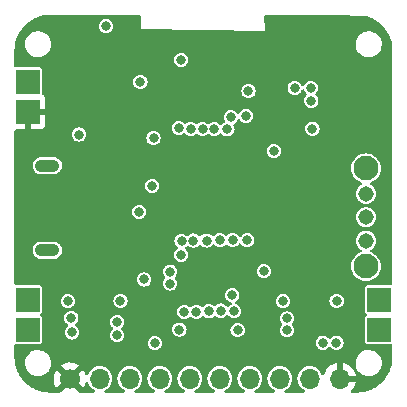
<source format=gbr>
%TF.GenerationSoftware,KiCad,Pcbnew,6.0.7-f9a2dced07~116~ubuntu22.04.1*%
%TF.CreationDate,2022-09-16T16:44:02+02:00*%
%TF.ProjectId,PCB,5043422e-6b69-4636-9164-5f7063625858,alfa*%
%TF.SameCoordinates,Original*%
%TF.FileFunction,Copper,L2,Inr*%
%TF.FilePolarity,Positive*%
%FSLAX46Y46*%
G04 Gerber Fmt 4.6, Leading zero omitted, Abs format (unit mm)*
G04 Created by KiCad (PCBNEW 6.0.7-f9a2dced07~116~ubuntu22.04.1) date 2022-09-16 16:44:02*
%MOMM*%
%LPD*%
G01*
G04 APERTURE LIST*
%TA.AperFunction,ComponentPad*%
%ADD10O,2.100000X1.050000*%
%TD*%
%TA.AperFunction,ComponentPad*%
%ADD11R,2.000000X2.000000*%
%TD*%
%TA.AperFunction,ComponentPad*%
%ADD12O,1.700000X1.700000*%
%TD*%
%TA.AperFunction,ComponentPad*%
%ADD13C,1.700000*%
%TD*%
%TA.AperFunction,ComponentPad*%
%ADD14C,1.308000*%
%TD*%
%TA.AperFunction,ComponentPad*%
%ADD15C,2.100000*%
%TD*%
%TA.AperFunction,ViaPad*%
%ADD16C,0.800000*%
%TD*%
G04 APERTURE END LIST*
D10*
%TO.N,unconnected-(J4-PadS1)*%
%TO.C,J4*%
X63352500Y-92475000D03*
X63352500Y-85325000D03*
%TD*%
D11*
%TO.N,/MOTOR_RIGHT_OUT_1*%
%TO.C,J8*%
X91452000Y-96650000D03*
%TO.N,/MOTOR_RIGHT_OUT_2*%
X91452000Y-99190000D03*
%TD*%
D12*
%TO.N,GND*%
%TO.C,J1*%
X88110000Y-103340000D03*
%TO.N,+BATT*%
X85570000Y-103340000D03*
%TO.N,/P0.4*%
X83030000Y-103340000D03*
%TO.N,/P0.5*%
X80490000Y-103340000D03*
%TO.N,/MISO*%
X77950000Y-103340000D03*
%TO.N,/MOSI*%
X75410000Y-103340000D03*
%TO.N,/SCK*%
X72870000Y-103340000D03*
%TO.N,/BTN*%
X70330000Y-103340000D03*
%TO.N,+3.3V*%
X67790000Y-103340000D03*
D13*
%TO.N,GND*%
X65250000Y-103340000D03*
%TD*%
D11*
%TO.N,/BAT+*%
%TO.C,J5*%
X61671000Y-78200000D03*
%TO.N,GND*%
X61671000Y-80740000D03*
%TD*%
D14*
%TO.N,unconnected-(U7-Pad1)*%
%TO.C,U7*%
X90330000Y-91690000D03*
%TO.N,+BATT*%
X90330000Y-87690000D03*
%TO.N,/BAT+*%
X90330000Y-89690000D03*
D15*
%TO.N,N/C*%
X90330000Y-93840000D03*
X90330000Y-85540000D03*
%TD*%
D11*
%TO.N,/MOTOR_LEFT_OUT_1*%
%TO.C,J7*%
X61671000Y-96650000D03*
%TO.N,/MOTOR_LEFT_OUT_2*%
X61671000Y-99190000D03*
%TD*%
D16*
%TO.N,GND*%
X87600000Y-73230000D03*
X87600000Y-75610000D03*
X86400000Y-73230000D03*
X85200000Y-73220000D03*
X86400000Y-75610000D03*
X85200000Y-75610000D03*
X84000000Y-75610000D03*
X82800000Y-75610000D03*
X84000000Y-73220000D03*
X82800000Y-73220000D03*
%TO.N,/BTN*%
X71540000Y-94950000D03*
%TO.N,+3.3V*%
X71227400Y-78227600D03*
X85790000Y-82180000D03*
X74690000Y-76350000D03*
X82530000Y-84080000D03*
X69540000Y-96760000D03*
X81670000Y-94250000D03*
X87840000Y-96770000D03*
X80170000Y-81100000D03*
%TO.N,GND*%
X68373950Y-75649998D03*
X67390000Y-91130000D03*
X79820000Y-87650000D03*
X71197400Y-77127600D03*
X67315000Y-95875000D03*
X79420000Y-100730000D03*
X85730000Y-80990000D03*
X73772576Y-93289028D03*
X73480000Y-100380000D03*
X75601468Y-75939839D03*
X71187400Y-80347600D03*
X85545000Y-100305000D03*
X68720000Y-83940000D03*
X80126733Y-76221686D03*
X69780000Y-86590000D03*
X84162521Y-76916362D03*
X85505000Y-95875000D03*
X80500000Y-96140000D03*
X74620000Y-81010000D03*
X71207400Y-79277600D03*
X61660000Y-82820000D03*
X67355000Y-100305000D03*
X80374783Y-80041896D03*
X71495500Y-96386500D03*
%TO.N,+BATT*%
X65090000Y-96790000D03*
X72220000Y-87030000D03*
X72438516Y-100341484D03*
X74530000Y-99190000D03*
X83300000Y-96790000D03*
X66030000Y-82680000D03*
%TO.N,/VSYS*%
X72340000Y-82990000D03*
X71120000Y-89220000D03*
%TO.N,Net-(C16-Pad1)*%
X80380000Y-78990000D03*
X84290000Y-78740000D03*
%TO.N,/C2CK*%
X80280000Y-91630000D03*
X85699568Y-79811067D03*
%TO.N,/C2D*%
X85660000Y-78720000D03*
X79030000Y-91630000D03*
%TO.N,/MOTOR_LEFT_OUT_2*%
X65420000Y-99430000D03*
%TO.N,/MOTOR_LEFT_OUT_1*%
X65380000Y-98220000D03*
%TO.N,/MOTOR_RIGHT_OUT_2*%
X83635517Y-99249488D03*
%TO.N,/MOTOR_RIGHT_OUT_1*%
X83630000Y-98250000D03*
%TO.N,/BTN*%
X68313950Y-73500000D03*
%TO.N,/MOTOR_LEFT_IN_2*%
X73740833Y-95297533D03*
X69264175Y-99663254D03*
%TO.N,/MOTOR_LEFT_IN_1*%
X69270000Y-98550000D03*
X73747784Y-94288223D03*
%TO.N,/P0.4*%
X75972203Y-97692203D03*
%TO.N,/P0.5*%
X74941790Y-97695189D03*
%TO.N,/MOTOR_RIGHT_IN_2*%
X86680000Y-100305000D03*
X79170000Y-97640000D03*
%TO.N,/MOTOR_RIGHT_IN_1*%
X78040000Y-97590000D03*
X87820000Y-100305000D03*
%TO.N,/NRF_CE*%
X74470000Y-82130000D03*
X74680000Y-92870000D03*
%TO.N,/NRF_CS*%
X74711134Y-91695674D03*
X75487396Y-82198165D03*
%TO.N,/SCK*%
X75710000Y-91660000D03*
X76486495Y-82226495D03*
%TO.N,/MOSI*%
X76826356Y-91653783D03*
X77485991Y-82230021D03*
%TO.N,/MISO*%
X77940000Y-91630000D03*
X78590000Y-82240000D03*
%TO.N,/NRF_INT*%
X78880700Y-81228026D03*
X79010000Y-96280000D03*
%TO.N,/LED*%
X79460000Y-99250000D03*
X77020000Y-97650000D03*
%TD*%
%TA.AperFunction,Conductor*%
%TO.N,GND*%
G36*
X71181860Y-72551002D02*
G01*
X71228353Y-72604658D01*
X71239476Y-72648869D01*
X71304799Y-73659531D01*
X71310000Y-73740000D01*
X71321067Y-73740148D01*
X71321069Y-73740148D01*
X76511104Y-73809392D01*
X81746611Y-73879243D01*
X81746325Y-73864648D01*
X81722694Y-72659470D01*
X81741357Y-72590970D01*
X81794091Y-72543435D01*
X81848670Y-72531000D01*
X87702855Y-72531000D01*
X87706677Y-72531058D01*
X90209723Y-72607033D01*
X90238506Y-72611267D01*
X90311180Y-72630740D01*
X90381306Y-72649530D01*
X90383500Y-72650141D01*
X90503485Y-72684708D01*
X90513756Y-72688152D01*
X90682270Y-72752838D01*
X90685299Y-72754046D01*
X90749293Y-72780553D01*
X90805795Y-72803957D01*
X90814780Y-72808099D01*
X90973041Y-72888737D01*
X90976786Y-72890726D01*
X91093315Y-72955129D01*
X91100992Y-72959735D01*
X91248581Y-73055581D01*
X91252869Y-73058492D01*
X91362697Y-73136419D01*
X91369079Y-73141260D01*
X91505199Y-73251489D01*
X91509863Y-73255457D01*
X91610758Y-73345622D01*
X91615875Y-73350461D01*
X91739539Y-73474125D01*
X91744378Y-73479242D01*
X91770246Y-73508188D01*
X91834543Y-73580137D01*
X91838511Y-73584801D01*
X91948740Y-73720921D01*
X91953581Y-73727303D01*
X92031508Y-73837131D01*
X92034419Y-73841419D01*
X92092116Y-73930264D01*
X92113999Y-73963960D01*
X92130265Y-73989008D01*
X92134871Y-73996685D01*
X92199274Y-74113214D01*
X92201263Y-74116959D01*
X92281901Y-74275220D01*
X92286043Y-74284205D01*
X92335947Y-74404683D01*
X92337162Y-74407730D01*
X92356246Y-74457445D01*
X92401845Y-74576235D01*
X92405289Y-74586507D01*
X92439858Y-74706497D01*
X92440490Y-74708768D01*
X92488662Y-74888551D01*
X92491174Y-74900055D01*
X92509827Y-75009830D01*
X92510037Y-75011107D01*
X92522195Y-75087869D01*
X92541303Y-75208514D01*
X92542656Y-75221159D01*
X92545023Y-75263306D01*
X92551846Y-75393496D01*
X92558827Y-75526696D01*
X92559000Y-75533290D01*
X92559000Y-95323500D01*
X92538998Y-95391621D01*
X92485342Y-95438114D01*
X92433000Y-95449500D01*
X90432252Y-95449500D01*
X90426184Y-95450707D01*
X90385939Y-95458712D01*
X90385938Y-95458712D01*
X90373769Y-95461133D01*
X90307448Y-95505448D01*
X90263133Y-95571769D01*
X90251500Y-95630252D01*
X90251500Y-97669748D01*
X90252707Y-97675816D01*
X90256561Y-97695189D01*
X90263133Y-97728231D01*
X90307448Y-97794552D01*
X90317761Y-97801443D01*
X90317763Y-97801445D01*
X90338401Y-97815235D01*
X90383929Y-97869712D01*
X90392776Y-97940155D01*
X90362135Y-98004199D01*
X90338401Y-98024765D01*
X90317763Y-98038555D01*
X90317761Y-98038557D01*
X90307448Y-98045448D01*
X90263133Y-98111769D01*
X90251500Y-98170252D01*
X90251500Y-100209748D01*
X90252707Y-100215816D01*
X90259383Y-100249376D01*
X90263133Y-100268231D01*
X90307448Y-100334552D01*
X90373769Y-100378867D01*
X90385938Y-100381288D01*
X90385939Y-100381288D01*
X90426184Y-100389293D01*
X90432252Y-100390500D01*
X92433000Y-100390500D01*
X92501121Y-100410502D01*
X92547614Y-100464158D01*
X92559000Y-100516500D01*
X92559000Y-101526710D01*
X92558827Y-101533304D01*
X92545048Y-101796223D01*
X92545023Y-101796694D01*
X92542656Y-101838841D01*
X92541303Y-101851486D01*
X92510037Y-102048893D01*
X92509827Y-102050170D01*
X92491174Y-102159945D01*
X92488662Y-102171449D01*
X92458930Y-102282411D01*
X92441560Y-102347240D01*
X92440490Y-102351232D01*
X92439858Y-102353503D01*
X92405289Y-102473493D01*
X92401846Y-102483763D01*
X92356853Y-102600975D01*
X92337169Y-102652253D01*
X92335954Y-102655299D01*
X92329197Y-102671613D01*
X92286043Y-102775795D01*
X92281901Y-102784780D01*
X92201263Y-102943041D01*
X92199274Y-102946786D01*
X92180402Y-102980933D01*
X92162003Y-103014224D01*
X92134871Y-103063315D01*
X92130265Y-103070992D01*
X92034419Y-103218581D01*
X92031508Y-103222869D01*
X91953581Y-103332697D01*
X91948740Y-103339079D01*
X91838511Y-103475199D01*
X91834543Y-103479863D01*
X91744378Y-103580758D01*
X91739539Y-103585875D01*
X91615875Y-103709539D01*
X91610758Y-103714378D01*
X91543250Y-103774707D01*
X91509863Y-103804543D01*
X91505199Y-103808511D01*
X91369079Y-103918740D01*
X91362697Y-103923581D01*
X91252869Y-104001508D01*
X91248581Y-104004419D01*
X91142560Y-104073270D01*
X91103125Y-104098880D01*
X91100992Y-104100265D01*
X91093315Y-104104871D01*
X90976786Y-104169274D01*
X90973041Y-104171263D01*
X90814780Y-104251901D01*
X90805795Y-104256043D01*
X90749293Y-104279447D01*
X90685299Y-104305954D01*
X90682270Y-104307162D01*
X90587070Y-104343706D01*
X90513765Y-104371845D01*
X90503493Y-104375289D01*
X90383503Y-104409858D01*
X90381271Y-104410479D01*
X90318932Y-104427183D01*
X90201449Y-104458662D01*
X90189945Y-104461174D01*
X90080170Y-104479827D01*
X90078893Y-104480037D01*
X89913265Y-104506270D01*
X89881486Y-104511303D01*
X89868840Y-104512656D01*
X89826791Y-104515017D01*
X89826322Y-104515042D01*
X89563305Y-104528827D01*
X89556710Y-104529000D01*
X89145750Y-104529000D01*
X89077629Y-104508998D01*
X89031136Y-104455342D01*
X89021032Y-104385068D01*
X89050526Y-104320488D01*
X89056810Y-104313750D01*
X89144052Y-104226812D01*
X89150730Y-104218965D01*
X89275003Y-104046020D01*
X89280313Y-104037183D01*
X89374670Y-103846267D01*
X89378469Y-103836672D01*
X89440377Y-103632910D01*
X89442555Y-103622837D01*
X89443986Y-103611962D01*
X89441775Y-103597778D01*
X89428617Y-103594000D01*
X87982000Y-103594000D01*
X87913879Y-103573998D01*
X87867386Y-103520342D01*
X87856000Y-103468000D01*
X87856000Y-103067885D01*
X88364000Y-103067885D01*
X88368475Y-103083124D01*
X88369865Y-103084329D01*
X88377548Y-103086000D01*
X89428344Y-103086000D01*
X89441875Y-103082027D01*
X89443180Y-103072947D01*
X89401214Y-102905875D01*
X89397894Y-102896124D01*
X89312972Y-102700814D01*
X89308105Y-102691739D01*
X89192426Y-102512926D01*
X89186136Y-102504757D01*
X89042806Y-102347240D01*
X89035273Y-102340215D01*
X88868139Y-102208222D01*
X88859552Y-102202517D01*
X88673117Y-102099599D01*
X88663705Y-102095369D01*
X88462959Y-102024280D01*
X88452988Y-102021646D01*
X88381837Y-102008972D01*
X88368540Y-102010432D01*
X88364000Y-102024989D01*
X88364000Y-103067885D01*
X87856000Y-103067885D01*
X87856000Y-102023102D01*
X87852082Y-102009758D01*
X87837806Y-102007771D01*
X87799324Y-102013660D01*
X87789288Y-102016051D01*
X87586868Y-102082212D01*
X87577359Y-102086209D01*
X87388463Y-102184542D01*
X87379738Y-102190036D01*
X87209433Y-102317905D01*
X87201726Y-102324748D01*
X87054590Y-102478717D01*
X87048104Y-102486727D01*
X86928098Y-102662649D01*
X86923000Y-102671623D01*
X86833338Y-102864783D01*
X86829775Y-102874470D01*
X86801012Y-102978185D01*
X86763533Y-103038483D01*
X86699405Y-103068946D01*
X86628986Y-103059903D01*
X86574636Y-103014224D01*
X86558973Y-102980933D01*
X86558143Y-102978185D01*
X86545935Y-102937749D01*
X86449218Y-102755849D01*
X86364727Y-102652253D01*
X86322906Y-102600975D01*
X86322903Y-102600972D01*
X86319011Y-102596200D01*
X86314262Y-102592271D01*
X86165025Y-102468811D01*
X86165021Y-102468809D01*
X86160275Y-102464882D01*
X85979055Y-102366897D01*
X85782254Y-102305977D01*
X85776129Y-102305333D01*
X85776128Y-102305333D01*
X85583498Y-102285087D01*
X85583496Y-102285087D01*
X85577369Y-102284443D01*
X85490529Y-102292346D01*
X85378342Y-102302555D01*
X85378339Y-102302556D01*
X85372203Y-102303114D01*
X85174572Y-102361280D01*
X84992002Y-102456726D01*
X84987201Y-102460586D01*
X84987198Y-102460588D01*
X84963383Y-102479736D01*
X84831447Y-102585815D01*
X84699024Y-102743630D01*
X84696056Y-102749028D01*
X84696053Y-102749033D01*
X84621153Y-102885277D01*
X84599776Y-102924162D01*
X84537484Y-103120532D01*
X84536798Y-103126649D01*
X84536797Y-103126653D01*
X84526486Y-103218581D01*
X84514520Y-103325262D01*
X84517937Y-103365949D01*
X84530902Y-103520342D01*
X84531759Y-103530553D01*
X84533458Y-103536478D01*
X84582868Y-103708790D01*
X84588544Y-103728586D01*
X84591359Y-103734063D01*
X84591360Y-103734066D01*
X84679897Y-103906341D01*
X84682712Y-103911818D01*
X84810677Y-104073270D01*
X84815370Y-104077264D01*
X84925819Y-104171263D01*
X84967564Y-104206791D01*
X84972942Y-104209797D01*
X84972944Y-104209798D01*
X85121838Y-104293012D01*
X85171544Y-104343706D01*
X85185952Y-104413225D01*
X85160488Y-104479498D01*
X85103237Y-104521483D01*
X85060368Y-104529000D01*
X83535074Y-104529000D01*
X83466953Y-104508998D01*
X83420460Y-104455342D01*
X83410356Y-104385068D01*
X83439850Y-104320488D01*
X83478264Y-104290534D01*
X83590112Y-104234035D01*
X83595610Y-104231258D01*
X83611345Y-104218965D01*
X83711919Y-104140388D01*
X83757951Y-104104424D01*
X83762737Y-104098880D01*
X83888540Y-103953134D01*
X83888540Y-103953133D01*
X83892564Y-103948472D01*
X83913387Y-103911818D01*
X83931056Y-103880714D01*
X83994323Y-103769344D01*
X84059351Y-103573863D01*
X84085171Y-103369474D01*
X84085583Y-103340000D01*
X84065480Y-103134970D01*
X84005935Y-102937749D01*
X83909218Y-102755849D01*
X83824727Y-102652253D01*
X83782906Y-102600975D01*
X83782903Y-102600972D01*
X83779011Y-102596200D01*
X83774262Y-102592271D01*
X83625025Y-102468811D01*
X83625021Y-102468809D01*
X83620275Y-102464882D01*
X83439055Y-102366897D01*
X83242254Y-102305977D01*
X83236129Y-102305333D01*
X83236128Y-102305333D01*
X83043498Y-102285087D01*
X83043496Y-102285087D01*
X83037369Y-102284443D01*
X82950529Y-102292346D01*
X82838342Y-102302555D01*
X82838339Y-102302556D01*
X82832203Y-102303114D01*
X82634572Y-102361280D01*
X82452002Y-102456726D01*
X82447201Y-102460586D01*
X82447198Y-102460588D01*
X82423383Y-102479736D01*
X82291447Y-102585815D01*
X82159024Y-102743630D01*
X82156056Y-102749028D01*
X82156053Y-102749033D01*
X82081153Y-102885277D01*
X82059776Y-102924162D01*
X81997484Y-103120532D01*
X81996798Y-103126649D01*
X81996797Y-103126653D01*
X81986486Y-103218581D01*
X81974520Y-103325262D01*
X81977937Y-103365949D01*
X81990902Y-103520342D01*
X81991759Y-103530553D01*
X81993458Y-103536478D01*
X82042868Y-103708790D01*
X82048544Y-103728586D01*
X82051359Y-103734063D01*
X82051360Y-103734066D01*
X82139897Y-103906341D01*
X82142712Y-103911818D01*
X82270677Y-104073270D01*
X82275370Y-104077264D01*
X82385819Y-104171263D01*
X82427564Y-104206791D01*
X82432942Y-104209797D01*
X82432944Y-104209798D01*
X82581838Y-104293012D01*
X82631544Y-104343706D01*
X82645952Y-104413225D01*
X82620488Y-104479498D01*
X82563237Y-104521483D01*
X82520368Y-104529000D01*
X80995074Y-104529000D01*
X80926953Y-104508998D01*
X80880460Y-104455342D01*
X80870356Y-104385068D01*
X80899850Y-104320488D01*
X80938264Y-104290534D01*
X81050112Y-104234035D01*
X81055610Y-104231258D01*
X81071345Y-104218965D01*
X81171919Y-104140388D01*
X81217951Y-104104424D01*
X81222737Y-104098880D01*
X81348540Y-103953134D01*
X81348540Y-103953133D01*
X81352564Y-103948472D01*
X81373387Y-103911818D01*
X81391056Y-103880714D01*
X81454323Y-103769344D01*
X81519351Y-103573863D01*
X81545171Y-103369474D01*
X81545583Y-103340000D01*
X81525480Y-103134970D01*
X81465935Y-102937749D01*
X81369218Y-102755849D01*
X81284727Y-102652253D01*
X81242906Y-102600975D01*
X81242903Y-102600972D01*
X81239011Y-102596200D01*
X81234262Y-102592271D01*
X81085025Y-102468811D01*
X81085021Y-102468809D01*
X81080275Y-102464882D01*
X80899055Y-102366897D01*
X80702254Y-102305977D01*
X80696129Y-102305333D01*
X80696128Y-102305333D01*
X80503498Y-102285087D01*
X80503496Y-102285087D01*
X80497369Y-102284443D01*
X80410529Y-102292346D01*
X80298342Y-102302555D01*
X80298339Y-102302556D01*
X80292203Y-102303114D01*
X80094572Y-102361280D01*
X79912002Y-102456726D01*
X79907201Y-102460586D01*
X79907198Y-102460588D01*
X79883383Y-102479736D01*
X79751447Y-102585815D01*
X79619024Y-102743630D01*
X79616056Y-102749028D01*
X79616053Y-102749033D01*
X79541153Y-102885277D01*
X79519776Y-102924162D01*
X79457484Y-103120532D01*
X79456798Y-103126649D01*
X79456797Y-103126653D01*
X79446486Y-103218581D01*
X79434520Y-103325262D01*
X79437937Y-103365949D01*
X79450902Y-103520342D01*
X79451759Y-103530553D01*
X79453458Y-103536478D01*
X79502868Y-103708790D01*
X79508544Y-103728586D01*
X79511359Y-103734063D01*
X79511360Y-103734066D01*
X79599897Y-103906341D01*
X79602712Y-103911818D01*
X79730677Y-104073270D01*
X79735370Y-104077264D01*
X79845819Y-104171263D01*
X79887564Y-104206791D01*
X79892942Y-104209797D01*
X79892944Y-104209798D01*
X80041838Y-104293012D01*
X80091544Y-104343706D01*
X80105952Y-104413225D01*
X80080488Y-104479498D01*
X80023237Y-104521483D01*
X79980368Y-104529000D01*
X78455074Y-104529000D01*
X78386953Y-104508998D01*
X78340460Y-104455342D01*
X78330356Y-104385068D01*
X78359850Y-104320488D01*
X78398264Y-104290534D01*
X78510112Y-104234035D01*
X78515610Y-104231258D01*
X78531345Y-104218965D01*
X78631919Y-104140388D01*
X78677951Y-104104424D01*
X78682737Y-104098880D01*
X78808540Y-103953134D01*
X78808540Y-103953133D01*
X78812564Y-103948472D01*
X78833387Y-103911818D01*
X78851056Y-103880714D01*
X78914323Y-103769344D01*
X78979351Y-103573863D01*
X79005171Y-103369474D01*
X79005583Y-103340000D01*
X78985480Y-103134970D01*
X78925935Y-102937749D01*
X78829218Y-102755849D01*
X78744727Y-102652253D01*
X78702906Y-102600975D01*
X78702903Y-102600972D01*
X78699011Y-102596200D01*
X78694262Y-102592271D01*
X78545025Y-102468811D01*
X78545021Y-102468809D01*
X78540275Y-102464882D01*
X78359055Y-102366897D01*
X78162254Y-102305977D01*
X78156129Y-102305333D01*
X78156128Y-102305333D01*
X77963498Y-102285087D01*
X77963496Y-102285087D01*
X77957369Y-102284443D01*
X77870529Y-102292346D01*
X77758342Y-102302555D01*
X77758339Y-102302556D01*
X77752203Y-102303114D01*
X77554572Y-102361280D01*
X77372002Y-102456726D01*
X77367201Y-102460586D01*
X77367198Y-102460588D01*
X77343383Y-102479736D01*
X77211447Y-102585815D01*
X77079024Y-102743630D01*
X77076056Y-102749028D01*
X77076053Y-102749033D01*
X77001153Y-102885277D01*
X76979776Y-102924162D01*
X76917484Y-103120532D01*
X76916798Y-103126649D01*
X76916797Y-103126653D01*
X76906486Y-103218581D01*
X76894520Y-103325262D01*
X76897937Y-103365949D01*
X76910902Y-103520342D01*
X76911759Y-103530553D01*
X76913458Y-103536478D01*
X76962868Y-103708790D01*
X76968544Y-103728586D01*
X76971359Y-103734063D01*
X76971360Y-103734066D01*
X77059897Y-103906341D01*
X77062712Y-103911818D01*
X77190677Y-104073270D01*
X77195370Y-104077264D01*
X77305819Y-104171263D01*
X77347564Y-104206791D01*
X77352942Y-104209797D01*
X77352944Y-104209798D01*
X77501838Y-104293012D01*
X77551544Y-104343706D01*
X77565952Y-104413225D01*
X77540488Y-104479498D01*
X77483237Y-104521483D01*
X77440368Y-104529000D01*
X75915074Y-104529000D01*
X75846953Y-104508998D01*
X75800460Y-104455342D01*
X75790356Y-104385068D01*
X75819850Y-104320488D01*
X75858264Y-104290534D01*
X75970112Y-104234035D01*
X75975610Y-104231258D01*
X75991345Y-104218965D01*
X76091919Y-104140388D01*
X76137951Y-104104424D01*
X76142737Y-104098880D01*
X76268540Y-103953134D01*
X76268540Y-103953133D01*
X76272564Y-103948472D01*
X76293387Y-103911818D01*
X76311056Y-103880714D01*
X76374323Y-103769344D01*
X76439351Y-103573863D01*
X76465171Y-103369474D01*
X76465583Y-103340000D01*
X76445480Y-103134970D01*
X76385935Y-102937749D01*
X76289218Y-102755849D01*
X76204727Y-102652253D01*
X76162906Y-102600975D01*
X76162903Y-102600972D01*
X76159011Y-102596200D01*
X76154262Y-102592271D01*
X76005025Y-102468811D01*
X76005021Y-102468809D01*
X76000275Y-102464882D01*
X75819055Y-102366897D01*
X75622254Y-102305977D01*
X75616129Y-102305333D01*
X75616128Y-102305333D01*
X75423498Y-102285087D01*
X75423496Y-102285087D01*
X75417369Y-102284443D01*
X75330529Y-102292346D01*
X75218342Y-102302555D01*
X75218339Y-102302556D01*
X75212203Y-102303114D01*
X75014572Y-102361280D01*
X74832002Y-102456726D01*
X74827201Y-102460586D01*
X74827198Y-102460588D01*
X74803383Y-102479736D01*
X74671447Y-102585815D01*
X74539024Y-102743630D01*
X74536056Y-102749028D01*
X74536053Y-102749033D01*
X74461153Y-102885277D01*
X74439776Y-102924162D01*
X74377484Y-103120532D01*
X74376798Y-103126649D01*
X74376797Y-103126653D01*
X74366486Y-103218581D01*
X74354520Y-103325262D01*
X74357937Y-103365949D01*
X74370902Y-103520342D01*
X74371759Y-103530553D01*
X74373458Y-103536478D01*
X74422868Y-103708790D01*
X74428544Y-103728586D01*
X74431359Y-103734063D01*
X74431360Y-103734066D01*
X74519897Y-103906341D01*
X74522712Y-103911818D01*
X74650677Y-104073270D01*
X74655370Y-104077264D01*
X74765819Y-104171263D01*
X74807564Y-104206791D01*
X74812942Y-104209797D01*
X74812944Y-104209798D01*
X74961838Y-104293012D01*
X75011544Y-104343706D01*
X75025952Y-104413225D01*
X75000488Y-104479498D01*
X74943237Y-104521483D01*
X74900368Y-104529000D01*
X73375074Y-104529000D01*
X73306953Y-104508998D01*
X73260460Y-104455342D01*
X73250356Y-104385068D01*
X73279850Y-104320488D01*
X73318264Y-104290534D01*
X73430112Y-104234035D01*
X73435610Y-104231258D01*
X73451345Y-104218965D01*
X73551919Y-104140388D01*
X73597951Y-104104424D01*
X73602737Y-104098880D01*
X73728540Y-103953134D01*
X73728540Y-103953133D01*
X73732564Y-103948472D01*
X73753387Y-103911818D01*
X73771056Y-103880714D01*
X73834323Y-103769344D01*
X73899351Y-103573863D01*
X73925171Y-103369474D01*
X73925583Y-103340000D01*
X73905480Y-103134970D01*
X73845935Y-102937749D01*
X73749218Y-102755849D01*
X73664727Y-102652253D01*
X73622906Y-102600975D01*
X73622903Y-102600972D01*
X73619011Y-102596200D01*
X73614262Y-102592271D01*
X73465025Y-102468811D01*
X73465021Y-102468809D01*
X73460275Y-102464882D01*
X73279055Y-102366897D01*
X73082254Y-102305977D01*
X73076129Y-102305333D01*
X73076128Y-102305333D01*
X72883498Y-102285087D01*
X72883496Y-102285087D01*
X72877369Y-102284443D01*
X72790529Y-102292346D01*
X72678342Y-102302555D01*
X72678339Y-102302556D01*
X72672203Y-102303114D01*
X72474572Y-102361280D01*
X72292002Y-102456726D01*
X72287201Y-102460586D01*
X72287198Y-102460588D01*
X72263383Y-102479736D01*
X72131447Y-102585815D01*
X71999024Y-102743630D01*
X71996056Y-102749028D01*
X71996053Y-102749033D01*
X71921153Y-102885277D01*
X71899776Y-102924162D01*
X71837484Y-103120532D01*
X71836798Y-103126649D01*
X71836797Y-103126653D01*
X71826486Y-103218581D01*
X71814520Y-103325262D01*
X71817937Y-103365949D01*
X71830902Y-103520342D01*
X71831759Y-103530553D01*
X71833458Y-103536478D01*
X71882868Y-103708790D01*
X71888544Y-103728586D01*
X71891359Y-103734063D01*
X71891360Y-103734066D01*
X71979897Y-103906341D01*
X71982712Y-103911818D01*
X72110677Y-104073270D01*
X72115370Y-104077264D01*
X72225819Y-104171263D01*
X72267564Y-104206791D01*
X72272942Y-104209797D01*
X72272944Y-104209798D01*
X72421838Y-104293012D01*
X72471544Y-104343706D01*
X72485952Y-104413225D01*
X72460488Y-104479498D01*
X72403237Y-104521483D01*
X72360368Y-104529000D01*
X70835074Y-104529000D01*
X70766953Y-104508998D01*
X70720460Y-104455342D01*
X70710356Y-104385068D01*
X70739850Y-104320488D01*
X70778264Y-104290534D01*
X70890112Y-104234035D01*
X70895610Y-104231258D01*
X70911345Y-104218965D01*
X71011919Y-104140388D01*
X71057951Y-104104424D01*
X71062737Y-104098880D01*
X71188540Y-103953134D01*
X71188540Y-103953133D01*
X71192564Y-103948472D01*
X71213387Y-103911818D01*
X71231056Y-103880714D01*
X71294323Y-103769344D01*
X71359351Y-103573863D01*
X71385171Y-103369474D01*
X71385583Y-103340000D01*
X71365480Y-103134970D01*
X71305935Y-102937749D01*
X71209218Y-102755849D01*
X71124727Y-102652253D01*
X71082906Y-102600975D01*
X71082903Y-102600972D01*
X71079011Y-102596200D01*
X71074262Y-102592271D01*
X70925025Y-102468811D01*
X70925021Y-102468809D01*
X70920275Y-102464882D01*
X70739055Y-102366897D01*
X70542254Y-102305977D01*
X70536129Y-102305333D01*
X70536128Y-102305333D01*
X70343498Y-102285087D01*
X70343496Y-102285087D01*
X70337369Y-102284443D01*
X70250529Y-102292346D01*
X70138342Y-102302555D01*
X70138339Y-102302556D01*
X70132203Y-102303114D01*
X69934572Y-102361280D01*
X69752002Y-102456726D01*
X69747201Y-102460586D01*
X69747198Y-102460588D01*
X69723383Y-102479736D01*
X69591447Y-102585815D01*
X69459024Y-102743630D01*
X69456056Y-102749028D01*
X69456053Y-102749033D01*
X69381153Y-102885277D01*
X69359776Y-102924162D01*
X69297484Y-103120532D01*
X69296798Y-103126649D01*
X69296797Y-103126653D01*
X69286486Y-103218581D01*
X69274520Y-103325262D01*
X69277937Y-103365949D01*
X69290902Y-103520342D01*
X69291759Y-103530553D01*
X69293458Y-103536478D01*
X69342868Y-103708790D01*
X69348544Y-103728586D01*
X69351359Y-103734063D01*
X69351360Y-103734066D01*
X69439897Y-103906341D01*
X69442712Y-103911818D01*
X69570677Y-104073270D01*
X69575370Y-104077264D01*
X69685819Y-104171263D01*
X69727564Y-104206791D01*
X69732942Y-104209797D01*
X69732944Y-104209798D01*
X69881838Y-104293012D01*
X69931544Y-104343706D01*
X69945952Y-104413225D01*
X69920488Y-104479498D01*
X69863237Y-104521483D01*
X69820368Y-104529000D01*
X68295074Y-104529000D01*
X68226953Y-104508998D01*
X68180460Y-104455342D01*
X68170356Y-104385068D01*
X68199850Y-104320488D01*
X68238264Y-104290534D01*
X68350112Y-104234035D01*
X68355610Y-104231258D01*
X68371345Y-104218965D01*
X68471919Y-104140388D01*
X68517951Y-104104424D01*
X68522737Y-104098880D01*
X68648540Y-103953134D01*
X68648540Y-103953133D01*
X68652564Y-103948472D01*
X68673387Y-103911818D01*
X68691056Y-103880714D01*
X68754323Y-103769344D01*
X68819351Y-103573863D01*
X68845171Y-103369474D01*
X68845583Y-103340000D01*
X68825480Y-103134970D01*
X68765935Y-102937749D01*
X68669218Y-102755849D01*
X68584727Y-102652253D01*
X68542906Y-102600975D01*
X68542903Y-102600972D01*
X68539011Y-102596200D01*
X68534262Y-102592271D01*
X68385025Y-102468811D01*
X68385021Y-102468809D01*
X68380275Y-102464882D01*
X68199055Y-102366897D01*
X68002254Y-102305977D01*
X67996129Y-102305333D01*
X67996128Y-102305333D01*
X67803498Y-102285087D01*
X67803496Y-102285087D01*
X67797369Y-102284443D01*
X67710529Y-102292346D01*
X67598342Y-102302555D01*
X67598339Y-102302556D01*
X67592203Y-102303114D01*
X67394572Y-102361280D01*
X67212002Y-102456726D01*
X67207201Y-102460586D01*
X67207198Y-102460588D01*
X67183383Y-102479736D01*
X67051447Y-102585815D01*
X66919024Y-102743630D01*
X66916056Y-102749028D01*
X66916053Y-102749033D01*
X66841153Y-102885277D01*
X66819776Y-102924162D01*
X66817914Y-102930032D01*
X66801068Y-102983138D01*
X66761405Y-103042022D01*
X66696202Y-103070114D01*
X66626163Y-103058497D01*
X66573523Y-103010857D01*
X66558762Y-102975735D01*
X66541214Y-102905875D01*
X66537894Y-102896124D01*
X66452972Y-102700814D01*
X66448105Y-102691739D01*
X66383063Y-102591197D01*
X66372377Y-102581995D01*
X66362812Y-102586398D01*
X65622022Y-103327188D01*
X65614408Y-103341132D01*
X65614539Y-103342965D01*
X65618790Y-103349580D01*
X66360474Y-104091264D01*
X66372484Y-104097823D01*
X66384223Y-104088855D01*
X66415004Y-104046019D01*
X66420315Y-104037180D01*
X66514670Y-103846267D01*
X66518469Y-103836672D01*
X66559593Y-103701319D01*
X66598534Y-103641955D01*
X66663388Y-103613068D01*
X66733564Y-103623830D01*
X66786782Y-103670823D01*
X66801270Y-103703217D01*
X66808544Y-103728586D01*
X66811359Y-103734063D01*
X66811360Y-103734066D01*
X66899897Y-103906341D01*
X66902712Y-103911818D01*
X67030677Y-104073270D01*
X67035370Y-104077264D01*
X67145819Y-104171263D01*
X67187564Y-104206791D01*
X67192942Y-104209797D01*
X67192944Y-104209798D01*
X67341838Y-104293012D01*
X67391544Y-104343706D01*
X67405952Y-104413225D01*
X67380488Y-104479498D01*
X67323237Y-104521483D01*
X67280368Y-104529000D01*
X66118436Y-104529000D01*
X66050315Y-104508998D01*
X66007161Y-104462110D01*
X66000658Y-104449868D01*
X65262812Y-103712022D01*
X65248868Y-103704408D01*
X65247035Y-103704539D01*
X65240420Y-103708790D01*
X64496734Y-104452476D01*
X64490776Y-104463387D01*
X64440573Y-104513589D01*
X64380190Y-104529000D01*
X63563290Y-104529000D01*
X63556695Y-104528827D01*
X63293678Y-104515042D01*
X63293209Y-104515017D01*
X63251160Y-104512656D01*
X63238514Y-104511303D01*
X63206735Y-104506270D01*
X63041107Y-104480037D01*
X63039830Y-104479827D01*
X62930055Y-104461174D01*
X62918551Y-104458662D01*
X62801068Y-104427183D01*
X62738729Y-104410479D01*
X62736497Y-104409858D01*
X62616507Y-104375289D01*
X62606235Y-104371845D01*
X62532930Y-104343706D01*
X62437730Y-104307162D01*
X62434701Y-104305954D01*
X62370707Y-104279447D01*
X62314205Y-104256043D01*
X62305220Y-104251901D01*
X62146959Y-104171263D01*
X62143214Y-104169274D01*
X62026685Y-104104871D01*
X62019008Y-104100265D01*
X62016876Y-104098880D01*
X61977440Y-104073270D01*
X61871419Y-104004419D01*
X61867131Y-104001508D01*
X61757303Y-103923581D01*
X61750921Y-103918740D01*
X61614801Y-103808511D01*
X61610137Y-103804543D01*
X61576750Y-103774707D01*
X61509242Y-103714378D01*
X61504125Y-103709539D01*
X61380461Y-103585875D01*
X61375622Y-103580758D01*
X61285457Y-103479863D01*
X61281489Y-103475199D01*
X61171260Y-103339079D01*
X61166419Y-103332697D01*
X61151637Y-103311863D01*
X63888050Y-103311863D01*
X63900309Y-103524477D01*
X63901745Y-103534697D01*
X63948565Y-103742446D01*
X63951645Y-103752275D01*
X64031770Y-103949603D01*
X64036413Y-103958794D01*
X64116460Y-104089420D01*
X64126916Y-104098880D01*
X64135694Y-104095096D01*
X64877978Y-103352812D01*
X64885592Y-103338868D01*
X64885461Y-103337035D01*
X64881210Y-103330420D01*
X64139849Y-102589059D01*
X64128313Y-102582759D01*
X64116031Y-102592382D01*
X64068089Y-102662662D01*
X64063004Y-102671613D01*
X63973338Y-102864783D01*
X63969775Y-102874470D01*
X63912864Y-103079681D01*
X63910933Y-103089800D01*
X63888302Y-103301574D01*
X63888050Y-103311863D01*
X61151637Y-103311863D01*
X61088492Y-103222869D01*
X61085581Y-103218581D01*
X60989735Y-103070992D01*
X60985129Y-103063315D01*
X60957998Y-103014224D01*
X60939598Y-102980933D01*
X60920726Y-102946786D01*
X60918737Y-102943041D01*
X60838099Y-102784780D01*
X60833957Y-102775795D01*
X60790803Y-102671613D01*
X60784046Y-102655299D01*
X60782831Y-102652253D01*
X60763148Y-102600975D01*
X60718154Y-102483763D01*
X60714711Y-102473493D01*
X60680142Y-102353503D01*
X60679510Y-102351232D01*
X60678441Y-102347240D01*
X60661070Y-102282411D01*
X60631338Y-102171449D01*
X60628826Y-102159945D01*
X60610173Y-102050170D01*
X60609963Y-102048893D01*
X60602386Y-102001056D01*
X61454662Y-102001056D01*
X61454674Y-102001232D01*
X61455056Y-102007062D01*
X61455056Y-102007067D01*
X61456231Y-102024989D01*
X61467896Y-102202972D01*
X61517705Y-102399096D01*
X61602421Y-102582858D01*
X61719206Y-102748106D01*
X61864150Y-102889304D01*
X61868946Y-102892509D01*
X61868949Y-102892511D01*
X61944573Y-102943041D01*
X62032397Y-103001723D01*
X62037705Y-103004004D01*
X62037706Y-103004004D01*
X62213012Y-103079321D01*
X62213015Y-103079322D01*
X62218315Y-103081599D01*
X62223944Y-103082873D01*
X62223945Y-103082873D01*
X62410038Y-103124982D01*
X62410044Y-103124983D01*
X62415675Y-103126257D01*
X62421446Y-103126484D01*
X62421448Y-103126484D01*
X62479949Y-103128783D01*
X62617869Y-103134202D01*
X62718590Y-103119598D01*
X62812411Y-103105995D01*
X62812416Y-103105994D01*
X62818125Y-103105166D01*
X62823589Y-103103311D01*
X62823594Y-103103310D01*
X63004264Y-103041981D01*
X63004269Y-103041979D01*
X63009736Y-103040123D01*
X63014777Y-103037300D01*
X63181247Y-102944072D01*
X63181251Y-102944069D01*
X63186285Y-102941250D01*
X63190722Y-102937560D01*
X63190726Y-102937557D01*
X63337422Y-102815551D01*
X63341860Y-102811860D01*
X63394113Y-102749033D01*
X63467557Y-102660726D01*
X63467560Y-102660722D01*
X63471250Y-102656285D01*
X63474069Y-102651251D01*
X63474072Y-102651247D01*
X63567300Y-102484777D01*
X63567300Y-102484776D01*
X63570123Y-102479736D01*
X63571979Y-102474269D01*
X63571981Y-102474264D01*
X63633310Y-102293594D01*
X63633311Y-102293589D01*
X63635166Y-102288125D01*
X63635994Y-102282416D01*
X63635995Y-102282411D01*
X63645562Y-102216427D01*
X64491223Y-102216427D01*
X64497968Y-102228758D01*
X65237188Y-102967978D01*
X65251132Y-102975592D01*
X65252965Y-102975461D01*
X65259580Y-102971210D01*
X66003389Y-102227401D01*
X66010410Y-102214544D01*
X66003611Y-102205213D01*
X65999554Y-102202518D01*
X65813117Y-102099599D01*
X65803705Y-102095369D01*
X65602959Y-102024280D01*
X65592989Y-102021646D01*
X65477393Y-102001056D01*
X89454662Y-102001056D01*
X89454674Y-102001232D01*
X89455056Y-102007062D01*
X89455056Y-102007067D01*
X89456231Y-102024989D01*
X89467896Y-102202972D01*
X89517705Y-102399096D01*
X89602421Y-102582858D01*
X89719206Y-102748106D01*
X89864150Y-102889304D01*
X89868946Y-102892509D01*
X89868949Y-102892511D01*
X89944573Y-102943041D01*
X90032397Y-103001723D01*
X90037705Y-103004004D01*
X90037706Y-103004004D01*
X90213012Y-103079321D01*
X90213015Y-103079322D01*
X90218315Y-103081599D01*
X90223944Y-103082873D01*
X90223945Y-103082873D01*
X90410038Y-103124982D01*
X90410044Y-103124983D01*
X90415675Y-103126257D01*
X90421446Y-103126484D01*
X90421448Y-103126484D01*
X90479949Y-103128783D01*
X90617869Y-103134202D01*
X90718590Y-103119598D01*
X90812411Y-103105995D01*
X90812416Y-103105994D01*
X90818125Y-103105166D01*
X90823589Y-103103311D01*
X90823594Y-103103310D01*
X91004264Y-103041981D01*
X91004269Y-103041979D01*
X91009736Y-103040123D01*
X91014777Y-103037300D01*
X91181247Y-102944072D01*
X91181251Y-102944069D01*
X91186285Y-102941250D01*
X91190722Y-102937560D01*
X91190726Y-102937557D01*
X91337422Y-102815551D01*
X91341860Y-102811860D01*
X91394113Y-102749033D01*
X91467557Y-102660726D01*
X91467560Y-102660722D01*
X91471250Y-102656285D01*
X91474069Y-102651251D01*
X91474072Y-102651247D01*
X91567300Y-102484777D01*
X91567300Y-102484776D01*
X91570123Y-102479736D01*
X91571979Y-102474269D01*
X91571981Y-102474264D01*
X91633310Y-102293594D01*
X91633311Y-102293589D01*
X91635166Y-102288125D01*
X91635994Y-102282416D01*
X91635995Y-102282411D01*
X91653751Y-102159945D01*
X91664202Y-102087869D01*
X91665717Y-102030000D01*
X91647202Y-101828499D01*
X91592276Y-101633746D01*
X91502779Y-101452264D01*
X91487231Y-101431442D01*
X91385161Y-101294755D01*
X91385161Y-101294754D01*
X91381708Y-101290131D01*
X91233118Y-101152776D01*
X91061985Y-101044799D01*
X90874041Y-100969817D01*
X90675579Y-100930340D01*
X90669805Y-100930264D01*
X90669801Y-100930264D01*
X90567385Y-100928924D01*
X90473246Y-100927692D01*
X90467549Y-100928671D01*
X90467548Y-100928671D01*
X90279516Y-100960980D01*
X90279515Y-100960980D01*
X90273819Y-100961959D01*
X90083977Y-101031996D01*
X90079016Y-101034948D01*
X90079015Y-101034948D01*
X89915044Y-101132500D01*
X89915041Y-101132502D01*
X89910076Y-101135456D01*
X89757941Y-101268875D01*
X89754366Y-101273410D01*
X89754365Y-101273411D01*
X89754297Y-101273498D01*
X89632668Y-101427783D01*
X89629977Y-101432899D01*
X89629975Y-101432901D01*
X89541143Y-101601743D01*
X89538451Y-101606860D01*
X89478446Y-101800109D01*
X89477767Y-101805846D01*
X89473313Y-101843481D01*
X89454662Y-102001056D01*
X65477393Y-102001056D01*
X65383327Y-101984301D01*
X65373073Y-101983331D01*
X65160116Y-101980728D01*
X65149832Y-101981448D01*
X64939321Y-102013661D01*
X64929293Y-102016050D01*
X64726868Y-102082212D01*
X64717359Y-102086209D01*
X64528466Y-102184540D01*
X64519734Y-102190039D01*
X64499677Y-102205099D01*
X64491223Y-102216427D01*
X63645562Y-102216427D01*
X63653751Y-102159945D01*
X63664202Y-102087869D01*
X63665717Y-102030000D01*
X63647202Y-101828499D01*
X63592276Y-101633746D01*
X63502779Y-101452264D01*
X63487231Y-101431442D01*
X63385161Y-101294755D01*
X63385161Y-101294754D01*
X63381708Y-101290131D01*
X63233118Y-101152776D01*
X63061985Y-101044799D01*
X62874041Y-100969817D01*
X62675579Y-100930340D01*
X62669805Y-100930264D01*
X62669801Y-100930264D01*
X62567385Y-100928924D01*
X62473246Y-100927692D01*
X62467549Y-100928671D01*
X62467548Y-100928671D01*
X62279516Y-100960980D01*
X62279515Y-100960980D01*
X62273819Y-100961959D01*
X62083977Y-101031996D01*
X62079016Y-101034948D01*
X62079015Y-101034948D01*
X61915044Y-101132500D01*
X61915041Y-101132502D01*
X61910076Y-101135456D01*
X61757941Y-101268875D01*
X61754366Y-101273410D01*
X61754365Y-101273411D01*
X61754297Y-101273498D01*
X61632668Y-101427783D01*
X61629977Y-101432899D01*
X61629975Y-101432901D01*
X61541143Y-101601743D01*
X61538451Y-101606860D01*
X61478446Y-101800109D01*
X61477767Y-101805846D01*
X61473313Y-101843481D01*
X61454662Y-102001056D01*
X60602386Y-102001056D01*
X60578697Y-101851486D01*
X60577344Y-101838841D01*
X60574977Y-101796694D01*
X60574952Y-101796223D01*
X60561173Y-101533304D01*
X60561000Y-101526710D01*
X60561000Y-100516500D01*
X60581002Y-100448379D01*
X60634658Y-100401886D01*
X60687000Y-100390500D01*
X62690748Y-100390500D01*
X62696816Y-100389293D01*
X62737061Y-100381288D01*
X62737062Y-100381288D01*
X62749231Y-100378867D01*
X62805178Y-100341484D01*
X71832834Y-100341484D01*
X71853472Y-100498246D01*
X71913980Y-100644325D01*
X72010234Y-100769766D01*
X72135675Y-100866020D01*
X72281754Y-100926528D01*
X72289942Y-100927606D01*
X72341457Y-100934388D01*
X72438516Y-100947166D01*
X72446704Y-100946088D01*
X72587090Y-100927606D01*
X72595278Y-100926528D01*
X72741357Y-100866020D01*
X72866798Y-100769766D01*
X72963052Y-100644325D01*
X73023560Y-100498246D01*
X73044198Y-100341484D01*
X73039395Y-100305000D01*
X86074318Y-100305000D01*
X86094956Y-100461762D01*
X86155464Y-100607841D01*
X86251718Y-100733282D01*
X86377159Y-100829536D01*
X86523238Y-100890044D01*
X86680000Y-100910682D01*
X86688188Y-100909604D01*
X86828574Y-100891122D01*
X86836762Y-100890044D01*
X86982841Y-100829536D01*
X87108282Y-100733282D01*
X87113305Y-100726736D01*
X87113309Y-100726732D01*
X87150038Y-100678866D01*
X87207376Y-100636999D01*
X87278247Y-100632777D01*
X87340149Y-100667541D01*
X87349962Y-100678866D01*
X87386691Y-100726732D01*
X87386695Y-100726736D01*
X87391718Y-100733282D01*
X87517159Y-100829536D01*
X87663238Y-100890044D01*
X87820000Y-100910682D01*
X87828188Y-100909604D01*
X87968574Y-100891122D01*
X87976762Y-100890044D01*
X88122841Y-100829536D01*
X88248282Y-100733282D01*
X88344536Y-100607841D01*
X88405044Y-100461762D01*
X88425682Y-100305000D01*
X88405044Y-100148238D01*
X88344536Y-100002159D01*
X88248282Y-99876718D01*
X88122841Y-99780464D01*
X87976762Y-99719956D01*
X87820000Y-99699318D01*
X87663238Y-99719956D01*
X87517159Y-99780464D01*
X87391718Y-99876718D01*
X87386695Y-99883264D01*
X87386691Y-99883268D01*
X87349962Y-99931134D01*
X87292624Y-99973001D01*
X87221753Y-99977223D01*
X87159851Y-99942459D01*
X87150038Y-99931134D01*
X87113309Y-99883268D01*
X87113305Y-99883264D01*
X87108282Y-99876718D01*
X86982841Y-99780464D01*
X86836762Y-99719956D01*
X86680000Y-99699318D01*
X86523238Y-99719956D01*
X86377159Y-99780464D01*
X86251718Y-99876718D01*
X86155464Y-100002159D01*
X86094956Y-100148238D01*
X86074318Y-100305000D01*
X73039395Y-100305000D01*
X73023560Y-100184722D01*
X72963052Y-100038643D01*
X72866798Y-99913202D01*
X72741357Y-99816948D01*
X72595278Y-99756440D01*
X72438516Y-99735802D01*
X72281754Y-99756440D01*
X72135675Y-99816948D01*
X72010234Y-99913202D01*
X71913980Y-100038643D01*
X71853472Y-100184722D01*
X71832834Y-100341484D01*
X62805178Y-100341484D01*
X62815552Y-100334552D01*
X62859867Y-100268231D01*
X62863618Y-100249376D01*
X62870293Y-100215816D01*
X62871500Y-100209748D01*
X62871500Y-98220000D01*
X64774318Y-98220000D01*
X64794956Y-98376762D01*
X64855464Y-98522841D01*
X64951718Y-98648282D01*
X64958264Y-98653305D01*
X65071747Y-98740383D01*
X65113614Y-98797721D01*
X65117836Y-98868592D01*
X65083072Y-98930495D01*
X65071747Y-98940308D01*
X64998268Y-98996691D01*
X64998264Y-98996695D01*
X64991718Y-99001718D01*
X64895464Y-99127159D01*
X64834956Y-99273238D01*
X64814318Y-99430000D01*
X64834956Y-99586762D01*
X64895464Y-99732841D01*
X64991718Y-99858282D01*
X65117159Y-99954536D01*
X65263238Y-100015044D01*
X65420000Y-100035682D01*
X65428188Y-100034604D01*
X65568574Y-100016122D01*
X65576762Y-100015044D01*
X65722841Y-99954536D01*
X65848282Y-99858282D01*
X65944536Y-99732841D01*
X65973360Y-99663254D01*
X68658493Y-99663254D01*
X68679131Y-99820016D01*
X68739639Y-99966095D01*
X68835893Y-100091536D01*
X68961334Y-100187790D01*
X69107413Y-100248298D01*
X69264175Y-100268936D01*
X69272363Y-100267858D01*
X69412749Y-100249376D01*
X69420937Y-100248298D01*
X69567016Y-100187790D01*
X69692457Y-100091536D01*
X69788711Y-99966095D01*
X69849219Y-99820016D01*
X69869857Y-99663254D01*
X69849219Y-99506492D01*
X69788711Y-99360413D01*
X69703988Y-99250000D01*
X69697480Y-99241518D01*
X69692457Y-99234972D01*
X69685911Y-99229949D01*
X69685908Y-99229946D01*
X69658382Y-99208825D01*
X69644636Y-99190000D01*
X73924318Y-99190000D01*
X73944956Y-99346762D01*
X74005464Y-99492841D01*
X74101718Y-99618282D01*
X74227159Y-99714536D01*
X74373238Y-99775044D01*
X74530000Y-99795682D01*
X74538188Y-99794604D01*
X74678574Y-99776122D01*
X74686762Y-99775044D01*
X74832841Y-99714536D01*
X74958282Y-99618282D01*
X75054536Y-99492841D01*
X75115044Y-99346762D01*
X75127783Y-99250000D01*
X78854318Y-99250000D01*
X78874956Y-99406762D01*
X78935464Y-99552841D01*
X79031718Y-99678282D01*
X79157159Y-99774536D01*
X79303238Y-99835044D01*
X79460000Y-99855682D01*
X79468188Y-99854604D01*
X79608574Y-99836122D01*
X79616762Y-99835044D01*
X79762841Y-99774536D01*
X79888282Y-99678282D01*
X79984536Y-99552841D01*
X80045044Y-99406762D01*
X80065682Y-99250000D01*
X80045044Y-99093238D01*
X79984536Y-98947159D01*
X79888282Y-98821718D01*
X79762841Y-98725464D01*
X79616762Y-98664956D01*
X79460000Y-98644318D01*
X79303238Y-98664956D01*
X79157159Y-98725464D01*
X79031718Y-98821718D01*
X78935464Y-98947159D01*
X78874956Y-99093238D01*
X78854318Y-99250000D01*
X75127783Y-99250000D01*
X75135682Y-99190000D01*
X75115044Y-99033238D01*
X75054536Y-98887159D01*
X74958282Y-98761718D01*
X74933701Y-98742856D01*
X74911035Y-98725464D01*
X74832841Y-98665464D01*
X74686762Y-98604956D01*
X74530000Y-98584318D01*
X74373238Y-98604956D01*
X74227159Y-98665464D01*
X74148965Y-98725464D01*
X74126300Y-98742856D01*
X74101718Y-98761718D01*
X74005464Y-98887159D01*
X73944956Y-99033238D01*
X73924318Y-99190000D01*
X69644636Y-99190000D01*
X69616514Y-99151487D01*
X69612292Y-99080617D01*
X69647055Y-99018713D01*
X69658381Y-99008899D01*
X69691736Y-98983305D01*
X69698282Y-98978282D01*
X69794536Y-98852841D01*
X69855044Y-98706762D01*
X69875682Y-98550000D01*
X69855044Y-98393238D01*
X69794536Y-98247159D01*
X69698282Y-98121718D01*
X69572841Y-98025464D01*
X69426762Y-97964956D01*
X69270000Y-97944318D01*
X69113238Y-97964956D01*
X68967159Y-98025464D01*
X68841718Y-98121718D01*
X68745464Y-98247159D01*
X68684956Y-98393238D01*
X68664318Y-98550000D01*
X68684956Y-98706762D01*
X68745464Y-98852841D01*
X68841718Y-98978282D01*
X68848264Y-98983305D01*
X68848267Y-98983308D01*
X68875793Y-99004429D01*
X68917661Y-99061767D01*
X68921883Y-99132637D01*
X68887120Y-99194541D01*
X68875794Y-99204355D01*
X68835893Y-99234972D01*
X68830870Y-99241518D01*
X68824362Y-99250000D01*
X68739639Y-99360413D01*
X68679131Y-99506492D01*
X68658493Y-99663254D01*
X65973360Y-99663254D01*
X66005044Y-99586762D01*
X66025682Y-99430000D01*
X66005044Y-99273238D01*
X65944536Y-99127159D01*
X65848282Y-99001718D01*
X65728253Y-98909616D01*
X65686386Y-98852279D01*
X65682164Y-98781408D01*
X65716928Y-98719505D01*
X65728253Y-98709692D01*
X65801732Y-98653309D01*
X65801736Y-98653305D01*
X65808282Y-98648282D01*
X65904536Y-98522841D01*
X65965044Y-98376762D01*
X65985682Y-98220000D01*
X65972581Y-98120485D01*
X65966122Y-98071426D01*
X65965044Y-98063238D01*
X65904536Y-97917159D01*
X65828172Y-97817639D01*
X65813305Y-97798264D01*
X65808282Y-97791718D01*
X65682841Y-97695464D01*
X65682177Y-97695189D01*
X74336108Y-97695189D01*
X74356746Y-97851951D01*
X74417254Y-97998030D01*
X74464542Y-98059657D01*
X74506192Y-98113936D01*
X74513508Y-98123471D01*
X74638949Y-98219725D01*
X74785028Y-98280233D01*
X74941790Y-98300871D01*
X74949978Y-98299793D01*
X75090364Y-98281311D01*
X75098552Y-98280233D01*
X75244631Y-98219725D01*
X75370072Y-98123471D01*
X75371679Y-98121377D01*
X75431712Y-98088599D01*
X75502528Y-98093667D01*
X75543597Y-98120063D01*
X75543921Y-98120485D01*
X75550467Y-98125508D01*
X75554360Y-98128495D01*
X75669362Y-98216739D01*
X75815441Y-98277247D01*
X75972203Y-98297885D01*
X75980391Y-98296807D01*
X76120777Y-98278325D01*
X76128965Y-98277247D01*
X76275044Y-98216739D01*
X76390046Y-98128495D01*
X76393939Y-98125508D01*
X76400485Y-98120485D01*
X76405508Y-98113939D01*
X76405511Y-98113936D01*
X76415034Y-98101525D01*
X76472371Y-98059657D01*
X76543242Y-98055435D01*
X76589565Y-98081088D01*
X76591718Y-98078282D01*
X76717159Y-98174536D01*
X76863238Y-98235044D01*
X77020000Y-98255682D01*
X77028188Y-98254604D01*
X77063159Y-98250000D01*
X83024318Y-98250000D01*
X83044956Y-98406762D01*
X83105464Y-98552841D01*
X83110491Y-98559392D01*
X83200454Y-98676635D01*
X83226054Y-98742856D01*
X83211789Y-98812404D01*
X83200454Y-98830043D01*
X83110981Y-98946647D01*
X83050473Y-99092726D01*
X83029835Y-99249488D01*
X83050473Y-99406250D01*
X83110981Y-99552329D01*
X83161588Y-99618282D01*
X83196097Y-99663254D01*
X83207235Y-99677770D01*
X83332676Y-99774024D01*
X83478755Y-99834532D01*
X83635517Y-99855170D01*
X83643705Y-99854092D01*
X83784091Y-99835610D01*
X83792279Y-99834532D01*
X83938358Y-99774024D01*
X84063799Y-99677770D01*
X84074938Y-99663254D01*
X84109446Y-99618282D01*
X84160053Y-99552329D01*
X84220561Y-99406250D01*
X84241199Y-99249488D01*
X84220561Y-99092726D01*
X84160053Y-98946647D01*
X84065063Y-98822853D01*
X84039463Y-98756632D01*
X84053728Y-98687084D01*
X84065063Y-98669445D01*
X84149509Y-98559392D01*
X84154536Y-98552841D01*
X84215044Y-98406762D01*
X84235682Y-98250000D01*
X84215044Y-98093238D01*
X84154536Y-97947159D01*
X84058282Y-97821718D01*
X83932841Y-97725464D01*
X83786762Y-97664956D01*
X83630000Y-97644318D01*
X83473238Y-97664956D01*
X83327159Y-97725464D01*
X83201718Y-97821718D01*
X83105464Y-97947159D01*
X83044956Y-98093238D01*
X83024318Y-98250000D01*
X77063159Y-98250000D01*
X77168574Y-98236122D01*
X77176762Y-98235044D01*
X77322841Y-98174536D01*
X77448282Y-98078282D01*
X77453305Y-98071736D01*
X77453308Y-98071733D01*
X77461123Y-98061548D01*
X77518460Y-98019680D01*
X77589331Y-98015458D01*
X77637790Y-98038288D01*
X77670306Y-98063238D01*
X77737159Y-98114536D01*
X77883238Y-98175044D01*
X78040000Y-98195682D01*
X78048188Y-98194604D01*
X78188574Y-98176122D01*
X78196762Y-98175044D01*
X78342841Y-98114536D01*
X78468282Y-98018282D01*
X78473306Y-98011735D01*
X78485855Y-97995381D01*
X78543193Y-97953514D01*
X78614064Y-97949293D01*
X78675967Y-97984058D01*
X78685780Y-97995382D01*
X78692546Y-98004199D01*
X78741718Y-98068282D01*
X78867159Y-98164536D01*
X79013238Y-98225044D01*
X79170000Y-98245682D01*
X79178188Y-98244604D01*
X79318574Y-98226122D01*
X79326762Y-98225044D01*
X79472841Y-98164536D01*
X79598282Y-98068282D01*
X79694536Y-97942841D01*
X79755044Y-97796762D01*
X79775682Y-97640000D01*
X79755044Y-97483238D01*
X79694536Y-97337159D01*
X79615854Y-97234618D01*
X79603305Y-97218264D01*
X79598282Y-97211718D01*
X79472841Y-97115464D01*
X79326762Y-97054956D01*
X79318574Y-97053878D01*
X79310598Y-97051741D01*
X79311309Y-97049087D01*
X79258723Y-97025819D01*
X79219635Y-96966551D01*
X79218795Y-96895559D01*
X79256470Y-96835383D01*
X79291886Y-96813216D01*
X79305209Y-96807698D01*
X79305213Y-96807695D01*
X79312841Y-96804536D01*
X79331785Y-96790000D01*
X82694318Y-96790000D01*
X82714956Y-96946762D01*
X82775464Y-97092841D01*
X82804354Y-97130491D01*
X82856372Y-97198282D01*
X82871718Y-97218282D01*
X82878264Y-97223305D01*
X82893009Y-97234619D01*
X82997159Y-97314536D01*
X83143238Y-97375044D01*
X83300000Y-97395682D01*
X83308188Y-97394604D01*
X83448574Y-97376122D01*
X83456762Y-97375044D01*
X83602841Y-97314536D01*
X83706991Y-97234619D01*
X83721736Y-97223305D01*
X83728282Y-97218282D01*
X83743629Y-97198282D01*
X83795646Y-97130491D01*
X83824536Y-97092841D01*
X83885044Y-96946762D01*
X83905682Y-96790000D01*
X83903049Y-96770000D01*
X87234318Y-96770000D01*
X87235396Y-96778188D01*
X87252562Y-96908574D01*
X87254956Y-96926762D01*
X87315464Y-97072841D01*
X87411718Y-97198282D01*
X87537159Y-97294536D01*
X87683238Y-97355044D01*
X87840000Y-97375682D01*
X87848188Y-97374604D01*
X87988574Y-97356122D01*
X87996762Y-97355044D01*
X88142841Y-97294536D01*
X88268282Y-97198282D01*
X88364536Y-97072841D01*
X88425044Y-96926762D01*
X88427439Y-96908574D01*
X88444604Y-96778188D01*
X88445682Y-96770000D01*
X88425044Y-96613238D01*
X88364536Y-96467159D01*
X88288651Y-96368264D01*
X88273305Y-96348264D01*
X88268282Y-96341718D01*
X88142841Y-96245464D01*
X87996762Y-96184956D01*
X87840000Y-96164318D01*
X87683238Y-96184956D01*
X87537159Y-96245464D01*
X87411718Y-96341718D01*
X87406695Y-96348264D01*
X87391349Y-96368264D01*
X87315464Y-96467159D01*
X87254956Y-96613238D01*
X87234318Y-96770000D01*
X83903049Y-96770000D01*
X83885044Y-96633238D01*
X83824536Y-96487159D01*
X83728282Y-96361718D01*
X83602841Y-96265464D01*
X83456762Y-96204956D01*
X83300000Y-96184318D01*
X83143238Y-96204956D01*
X82997159Y-96265464D01*
X82871718Y-96361718D01*
X82775464Y-96487159D01*
X82714956Y-96633238D01*
X82694318Y-96790000D01*
X79331785Y-96790000D01*
X79438282Y-96708282D01*
X79534536Y-96582841D01*
X79595044Y-96436762D01*
X79615682Y-96280000D01*
X79595044Y-96123238D01*
X79534536Y-95977159D01*
X79438282Y-95851718D01*
X79312841Y-95755464D01*
X79166762Y-95694956D01*
X79010000Y-95674318D01*
X78853238Y-95694956D01*
X78707159Y-95755464D01*
X78581718Y-95851718D01*
X78485464Y-95977159D01*
X78424956Y-96123238D01*
X78404318Y-96280000D01*
X78424956Y-96436762D01*
X78485464Y-96582841D01*
X78581718Y-96708282D01*
X78707159Y-96804536D01*
X78853238Y-96865044D01*
X78861426Y-96866122D01*
X78869402Y-96868259D01*
X78868691Y-96870913D01*
X78921277Y-96894181D01*
X78960365Y-96953449D01*
X78961205Y-97024441D01*
X78923530Y-97084617D01*
X78888114Y-97106784D01*
X78874791Y-97112302D01*
X78874788Y-97112304D01*
X78867159Y-97115464D01*
X78741718Y-97211718D01*
X78736695Y-97218264D01*
X78736694Y-97218265D01*
X78724145Y-97234619D01*
X78666807Y-97276486D01*
X78595936Y-97280707D01*
X78534033Y-97245942D01*
X78524220Y-97234618D01*
X78473305Y-97168264D01*
X78468282Y-97161718D01*
X78342841Y-97065464D01*
X78196762Y-97004956D01*
X78040000Y-96984318D01*
X77883238Y-97004956D01*
X77737159Y-97065464D01*
X77611718Y-97161718D01*
X77606695Y-97168264D01*
X77606692Y-97168267D01*
X77598877Y-97178452D01*
X77541540Y-97220320D01*
X77470669Y-97224542D01*
X77422210Y-97201712D01*
X77329392Y-97130491D01*
X77322841Y-97125464D01*
X77190125Y-97070491D01*
X77184391Y-97068116D01*
X77176762Y-97064956D01*
X77020000Y-97044318D01*
X76863238Y-97064956D01*
X76855609Y-97068116D01*
X76849875Y-97070491D01*
X76717159Y-97125464D01*
X76591718Y-97221718D01*
X76586695Y-97228264D01*
X76586692Y-97228267D01*
X76577169Y-97240678D01*
X76519832Y-97282546D01*
X76448961Y-97286768D01*
X76402638Y-97261115D01*
X76400485Y-97263921D01*
X76332476Y-97211736D01*
X76275044Y-97167667D01*
X76128965Y-97107159D01*
X76069969Y-97099392D01*
X75980391Y-97087599D01*
X75972203Y-97086521D01*
X75964015Y-97087599D01*
X75874438Y-97099392D01*
X75815441Y-97107159D01*
X75669362Y-97167667D01*
X75655307Y-97178452D01*
X75550473Y-97258893D01*
X75550471Y-97258895D01*
X75543921Y-97263921D01*
X75542316Y-97266013D01*
X75482292Y-97298791D01*
X75411477Y-97293730D01*
X75370396Y-97267329D01*
X75370072Y-97266907D01*
X75244631Y-97170653D01*
X75098552Y-97110145D01*
X74941790Y-97089507D01*
X74785028Y-97110145D01*
X74638949Y-97170653D01*
X74513508Y-97266907D01*
X74417254Y-97392348D01*
X74356746Y-97538427D01*
X74336108Y-97695189D01*
X65682177Y-97695189D01*
X65536762Y-97634956D01*
X65380000Y-97614318D01*
X65223238Y-97634956D01*
X65077159Y-97695464D01*
X64951718Y-97791718D01*
X64946695Y-97798264D01*
X64931828Y-97817639D01*
X64855464Y-97917159D01*
X64794956Y-98063238D01*
X64793878Y-98071426D01*
X64787419Y-98120485D01*
X64774318Y-98220000D01*
X62871500Y-98220000D01*
X62871500Y-98170252D01*
X62859867Y-98111769D01*
X62815552Y-98045448D01*
X62805239Y-98038557D01*
X62805237Y-98038555D01*
X62784599Y-98024765D01*
X62739071Y-97970288D01*
X62730224Y-97899845D01*
X62760865Y-97835801D01*
X62784599Y-97815235D01*
X62805237Y-97801445D01*
X62805239Y-97801443D01*
X62815552Y-97794552D01*
X62859867Y-97728231D01*
X62866440Y-97695189D01*
X62870293Y-97675816D01*
X62871500Y-97669748D01*
X62871500Y-96790000D01*
X64484318Y-96790000D01*
X64504956Y-96946762D01*
X64565464Y-97092841D01*
X64594354Y-97130491D01*
X64646372Y-97198282D01*
X64661718Y-97218282D01*
X64668264Y-97223305D01*
X64683009Y-97234619D01*
X64787159Y-97314536D01*
X64933238Y-97375044D01*
X65090000Y-97395682D01*
X65098188Y-97394604D01*
X65238574Y-97376122D01*
X65246762Y-97375044D01*
X65392841Y-97314536D01*
X65496991Y-97234619D01*
X65511736Y-97223305D01*
X65518282Y-97218282D01*
X65533629Y-97198282D01*
X65585646Y-97130491D01*
X65614536Y-97092841D01*
X65675044Y-96946762D01*
X65695682Y-96790000D01*
X65691732Y-96760000D01*
X68934318Y-96760000D01*
X68954956Y-96916762D01*
X69015464Y-97062841D01*
X69063516Y-97125464D01*
X69087481Y-97156695D01*
X69111718Y-97188282D01*
X69237159Y-97284536D01*
X69383238Y-97345044D01*
X69540000Y-97365682D01*
X69548188Y-97364604D01*
X69688574Y-97346122D01*
X69696762Y-97345044D01*
X69842841Y-97284536D01*
X69968282Y-97188282D01*
X69992520Y-97156695D01*
X70016484Y-97125464D01*
X70064536Y-97062841D01*
X70125044Y-96916762D01*
X70145682Y-96760000D01*
X70127989Y-96625609D01*
X70126122Y-96611426D01*
X70125044Y-96603238D01*
X70064536Y-96457159D01*
X69991302Y-96361718D01*
X69973305Y-96338264D01*
X69968282Y-96331718D01*
X69842841Y-96235464D01*
X69696762Y-96174956D01*
X69540000Y-96154318D01*
X69383238Y-96174956D01*
X69237159Y-96235464D01*
X69111718Y-96331718D01*
X69106695Y-96338264D01*
X69088698Y-96361718D01*
X69015464Y-96457159D01*
X68954956Y-96603238D01*
X68953878Y-96611426D01*
X68952011Y-96625609D01*
X68934318Y-96760000D01*
X65691732Y-96760000D01*
X65675044Y-96633238D01*
X65614536Y-96487159D01*
X65518282Y-96361718D01*
X65392841Y-96265464D01*
X65246762Y-96204956D01*
X65090000Y-96184318D01*
X64933238Y-96204956D01*
X64787159Y-96265464D01*
X64661718Y-96361718D01*
X64565464Y-96487159D01*
X64504956Y-96633238D01*
X64484318Y-96790000D01*
X62871500Y-96790000D01*
X62871500Y-95630252D01*
X62859867Y-95571769D01*
X62815552Y-95505448D01*
X62749231Y-95461133D01*
X62737062Y-95458712D01*
X62737061Y-95458712D01*
X62696816Y-95450707D01*
X62690748Y-95449500D01*
X60687000Y-95449500D01*
X60618879Y-95429498D01*
X60572386Y-95375842D01*
X60561000Y-95323500D01*
X60561000Y-94950000D01*
X70934318Y-94950000D01*
X70954956Y-95106762D01*
X71015464Y-95252841D01*
X71111718Y-95378282D01*
X71237159Y-95474536D01*
X71383238Y-95535044D01*
X71540000Y-95555682D01*
X71548188Y-95554604D01*
X71688574Y-95536122D01*
X71696762Y-95535044D01*
X71842841Y-95474536D01*
X71968282Y-95378282D01*
X72030243Y-95297533D01*
X73135151Y-95297533D01*
X73155789Y-95454295D01*
X73216297Y-95600374D01*
X73312551Y-95725815D01*
X73437992Y-95822069D01*
X73584071Y-95882577D01*
X73740833Y-95903215D01*
X73749021Y-95902137D01*
X73889407Y-95883655D01*
X73897595Y-95882577D01*
X74043674Y-95822069D01*
X74169115Y-95725815D01*
X74265369Y-95600374D01*
X74325877Y-95454295D01*
X74346515Y-95297533D01*
X74325877Y-95140771D01*
X74265369Y-94994692D01*
X74260341Y-94988139D01*
X74260339Y-94988136D01*
X74172421Y-94873559D01*
X74146820Y-94807339D01*
X74161085Y-94737790D01*
X74176549Y-94716875D01*
X74176066Y-94716505D01*
X74223422Y-94654789D01*
X74272320Y-94591064D01*
X74332828Y-94444985D01*
X74353466Y-94288223D01*
X74348434Y-94250000D01*
X81064318Y-94250000D01*
X81084956Y-94406762D01*
X81145464Y-94552841D01*
X81241718Y-94678282D01*
X81367159Y-94774536D01*
X81513238Y-94835044D01*
X81670000Y-94855682D01*
X81678188Y-94854604D01*
X81818574Y-94836122D01*
X81826762Y-94835044D01*
X81972841Y-94774536D01*
X82098282Y-94678282D01*
X82194536Y-94552841D01*
X82255044Y-94406762D01*
X82275682Y-94250000D01*
X82255044Y-94093238D01*
X82194536Y-93947159D01*
X82112310Y-93840000D01*
X89074723Y-93840000D01*
X89093793Y-94057977D01*
X89095217Y-94063290D01*
X89147440Y-94258188D01*
X89150425Y-94269330D01*
X89152747Y-94274310D01*
X89152748Y-94274312D01*
X89232335Y-94444985D01*
X89242898Y-94467638D01*
X89368402Y-94646877D01*
X89523123Y-94801598D01*
X89527631Y-94804755D01*
X89527634Y-94804757D01*
X89697852Y-94923945D01*
X89702361Y-94927102D01*
X89707343Y-94929425D01*
X89707348Y-94929428D01*
X89895688Y-95017252D01*
X89900670Y-95019575D01*
X89905978Y-95020997D01*
X89905980Y-95020998D01*
X89971745Y-95038620D01*
X90112023Y-95076207D01*
X90330000Y-95095277D01*
X90547977Y-95076207D01*
X90688255Y-95038620D01*
X90754020Y-95020998D01*
X90754022Y-95020997D01*
X90759330Y-95019575D01*
X90764312Y-95017252D01*
X90952652Y-94929428D01*
X90952657Y-94929425D01*
X90957639Y-94927102D01*
X90962148Y-94923945D01*
X91132366Y-94804757D01*
X91132369Y-94804755D01*
X91136877Y-94801598D01*
X91291598Y-94646877D01*
X91417102Y-94467638D01*
X91427666Y-94444985D01*
X91507252Y-94274312D01*
X91507253Y-94274310D01*
X91509575Y-94269330D01*
X91512561Y-94258188D01*
X91564783Y-94063290D01*
X91566207Y-94057977D01*
X91585277Y-93840000D01*
X91566207Y-93622023D01*
X91509575Y-93410670D01*
X91502052Y-93394536D01*
X91419425Y-93217343D01*
X91419423Y-93217340D01*
X91417102Y-93212362D01*
X91291598Y-93033123D01*
X91136877Y-92878402D01*
X91132369Y-92875245D01*
X91132366Y-92875243D01*
X90962148Y-92756055D01*
X90962145Y-92756053D01*
X90957639Y-92752898D01*
X90952657Y-92750575D01*
X90952652Y-92750572D01*
X90761222Y-92661307D01*
X90707937Y-92614390D01*
X90688476Y-92546112D01*
X90709018Y-92478152D01*
X90751472Y-92437993D01*
X90753572Y-92436781D01*
X90759604Y-92434095D01*
X90764946Y-92430214D01*
X90899578Y-92332398D01*
X90899580Y-92332396D01*
X90904922Y-92328515D01*
X90944206Y-92284886D01*
X91020694Y-92199937D01*
X91020695Y-92199936D01*
X91025113Y-92195029D01*
X91101164Y-92063305D01*
X91111621Y-92045194D01*
X91111622Y-92045193D01*
X91114925Y-92039471D01*
X91127726Y-92000075D01*
X91168391Y-91874918D01*
X91168391Y-91874917D01*
X91170431Y-91868639D01*
X91189207Y-91690000D01*
X91170431Y-91511361D01*
X91158044Y-91473238D01*
X91116967Y-91346813D01*
X91116966Y-91346811D01*
X91114925Y-91340529D01*
X91097002Y-91309486D01*
X91028414Y-91190688D01*
X91028413Y-91190686D01*
X91025113Y-91184971D01*
X91009813Y-91167978D01*
X90909344Y-91056396D01*
X90909343Y-91056395D01*
X90904922Y-91051485D01*
X90759604Y-90945905D01*
X90753576Y-90943221D01*
X90753574Y-90943220D01*
X90601541Y-90875531D01*
X90601540Y-90875531D01*
X90595510Y-90872846D01*
X90507661Y-90854173D01*
X90426269Y-90836872D01*
X90426264Y-90836872D01*
X90419812Y-90835500D01*
X90240188Y-90835500D01*
X90233736Y-90836872D01*
X90233731Y-90836872D01*
X90152339Y-90854173D01*
X90064490Y-90872846D01*
X90058460Y-90875531D01*
X90058459Y-90875531D01*
X89906427Y-90943220D01*
X89906425Y-90943221D01*
X89900397Y-90945905D01*
X89895056Y-90949785D01*
X89895055Y-90949786D01*
X89760422Y-91047602D01*
X89760420Y-91047604D01*
X89755078Y-91051485D01*
X89750657Y-91056395D01*
X89750656Y-91056396D01*
X89650188Y-91167978D01*
X89634887Y-91184971D01*
X89631587Y-91190686D01*
X89631586Y-91190688D01*
X89562998Y-91309486D01*
X89545075Y-91340529D01*
X89543034Y-91346811D01*
X89543033Y-91346813D01*
X89501956Y-91473238D01*
X89489569Y-91511361D01*
X89470793Y-91690000D01*
X89489569Y-91868639D01*
X89491609Y-91874917D01*
X89491609Y-91874918D01*
X89532275Y-92000075D01*
X89545075Y-92039471D01*
X89548378Y-92045193D01*
X89548379Y-92045194D01*
X89558836Y-92063305D01*
X89634887Y-92195029D01*
X89639305Y-92199936D01*
X89639306Y-92199937D01*
X89715794Y-92284886D01*
X89755078Y-92328515D01*
X89760420Y-92332396D01*
X89760422Y-92332398D01*
X89895054Y-92430214D01*
X89900396Y-92434095D01*
X89906428Y-92436781D01*
X89908528Y-92437993D01*
X89957521Y-92489375D01*
X89970958Y-92559089D01*
X89944571Y-92625000D01*
X89898778Y-92661307D01*
X89707343Y-92750575D01*
X89707340Y-92750577D01*
X89702362Y-92752898D01*
X89523123Y-92878402D01*
X89368402Y-93033123D01*
X89242898Y-93212362D01*
X89240577Y-93217340D01*
X89240575Y-93217343D01*
X89157948Y-93394536D01*
X89150425Y-93410670D01*
X89093793Y-93622023D01*
X89074723Y-93840000D01*
X82112310Y-93840000D01*
X82098282Y-93821718D01*
X81972841Y-93725464D01*
X81826762Y-93664956D01*
X81670000Y-93644318D01*
X81513238Y-93664956D01*
X81367159Y-93725464D01*
X81241718Y-93821718D01*
X81145464Y-93947159D01*
X81084956Y-94093238D01*
X81064318Y-94250000D01*
X74348434Y-94250000D01*
X74332828Y-94131461D01*
X74272320Y-93985382D01*
X74176066Y-93859941D01*
X74157214Y-93845475D01*
X74126253Y-93821718D01*
X74050625Y-93763687D01*
X73904546Y-93703179D01*
X73747784Y-93682541D01*
X73591022Y-93703179D01*
X73444943Y-93763687D01*
X73369315Y-93821718D01*
X73338355Y-93845475D01*
X73319502Y-93859941D01*
X73223248Y-93985382D01*
X73162740Y-94131461D01*
X73142102Y-94288223D01*
X73162740Y-94444985D01*
X73223248Y-94591064D01*
X73228275Y-94597615D01*
X73228278Y-94597620D01*
X73316196Y-94712197D01*
X73341797Y-94778417D01*
X73327532Y-94847966D01*
X73312068Y-94868881D01*
X73312551Y-94869251D01*
X73216297Y-94994692D01*
X73155789Y-95140771D01*
X73135151Y-95297533D01*
X72030243Y-95297533D01*
X72064536Y-95252841D01*
X72125044Y-95106762D01*
X72145682Y-94950000D01*
X72126900Y-94807339D01*
X72126122Y-94801426D01*
X72125044Y-94793238D01*
X72064536Y-94647159D01*
X71968282Y-94521718D01*
X71842841Y-94425464D01*
X71696762Y-94364956D01*
X71540000Y-94344318D01*
X71383238Y-94364956D01*
X71237159Y-94425464D01*
X71111718Y-94521718D01*
X71015464Y-94647159D01*
X70954956Y-94793238D01*
X70953878Y-94801426D01*
X70953100Y-94807339D01*
X70934318Y-94950000D01*
X60561000Y-94950000D01*
X60561000Y-92514501D01*
X62098130Y-92514501D01*
X62099370Y-92521717D01*
X62099370Y-92521719D01*
X62123356Y-92661307D01*
X62126780Y-92681233D01*
X62193018Y-92836902D01*
X62197355Y-92842795D01*
X62288953Y-92967264D01*
X62288955Y-92967267D01*
X62293291Y-92973158D01*
X62298867Y-92977895D01*
X62416646Y-93077957D01*
X62416649Y-93077959D01*
X62422220Y-93082692D01*
X62572889Y-93159627D01*
X62579998Y-93161367D01*
X62580002Y-93161368D01*
X62680045Y-93185848D01*
X62737217Y-93199838D01*
X62742814Y-93200185D01*
X62742819Y-93200186D01*
X62745949Y-93200380D01*
X62745958Y-93200380D01*
X62747888Y-93200500D01*
X63919863Y-93200500D01*
X64008535Y-93190162D01*
X64038265Y-93186696D01*
X64038266Y-93186696D01*
X64045537Y-93185848D01*
X64052414Y-93183352D01*
X64052417Y-93183351D01*
X64197682Y-93130622D01*
X64204561Y-93128125D01*
X64346040Y-93035367D01*
X64462385Y-92912550D01*
X64487100Y-92870000D01*
X74074318Y-92870000D01*
X74094956Y-93026762D01*
X74155464Y-93172841D01*
X74251718Y-93298282D01*
X74377159Y-93394536D01*
X74523238Y-93455044D01*
X74680000Y-93475682D01*
X74688188Y-93474604D01*
X74828574Y-93456122D01*
X74836762Y-93455044D01*
X74982841Y-93394536D01*
X75108282Y-93298282D01*
X75204536Y-93172841D01*
X75265044Y-93026762D01*
X75285682Y-92870000D01*
X75272025Y-92766262D01*
X75266122Y-92721426D01*
X75265044Y-92713238D01*
X75204536Y-92567159D01*
X75108282Y-92441718D01*
X75101736Y-92436695D01*
X75101733Y-92436692D01*
X75047066Y-92394745D01*
X75005198Y-92337407D01*
X75000976Y-92266536D01*
X75035740Y-92204633D01*
X75047065Y-92194819D01*
X75068569Y-92178319D01*
X75139416Y-92123956D01*
X75143209Y-92119013D01*
X75204700Y-92085435D01*
X75275515Y-92090500D01*
X75308186Y-92108593D01*
X75400604Y-92179507D01*
X75400608Y-92179509D01*
X75407159Y-92184536D01*
X75553238Y-92245044D01*
X75710000Y-92265682D01*
X75718188Y-92264604D01*
X75737725Y-92262032D01*
X75866762Y-92245044D01*
X76012841Y-92184536D01*
X76138282Y-92088282D01*
X76170600Y-92046164D01*
X76227938Y-92004297D01*
X76298809Y-92000075D01*
X76360712Y-92034839D01*
X76370525Y-92046164D01*
X76393047Y-92075515D01*
X76393051Y-92075519D01*
X76398074Y-92082065D01*
X76523515Y-92178319D01*
X76669594Y-92238827D01*
X76826356Y-92259465D01*
X76834544Y-92258387D01*
X76974930Y-92239905D01*
X76983118Y-92238827D01*
X77129197Y-92178319D01*
X77254638Y-92082065D01*
X77259661Y-92075519D01*
X77259665Y-92075515D01*
X77292341Y-92032931D01*
X77349679Y-91991064D01*
X77420550Y-91986842D01*
X77482453Y-92021606D01*
X77492266Y-92032932D01*
X77506693Y-92051734D01*
X77506695Y-92051736D01*
X77511718Y-92058282D01*
X77518264Y-92063305D01*
X77542285Y-92081737D01*
X77637159Y-92154536D01*
X77783238Y-92215044D01*
X77940000Y-92235682D01*
X77948188Y-92234604D01*
X78088574Y-92216122D01*
X78096762Y-92215044D01*
X78242841Y-92154536D01*
X78337715Y-92081737D01*
X78361736Y-92063305D01*
X78368282Y-92058282D01*
X78373305Y-92051736D01*
X78373308Y-92051733D01*
X78385037Y-92036447D01*
X78442374Y-91994579D01*
X78513245Y-91990357D01*
X78575148Y-92025120D01*
X78584963Y-92036447D01*
X78596692Y-92051733D01*
X78596695Y-92051736D01*
X78601718Y-92058282D01*
X78608264Y-92063305D01*
X78632285Y-92081737D01*
X78727159Y-92154536D01*
X78873238Y-92215044D01*
X79030000Y-92235682D01*
X79038188Y-92234604D01*
X79178574Y-92216122D01*
X79186762Y-92215044D01*
X79332841Y-92154536D01*
X79427715Y-92081737D01*
X79451736Y-92063305D01*
X79458282Y-92058282D01*
X79463307Y-92051734D01*
X79554536Y-91932841D01*
X79557201Y-91934886D01*
X79597250Y-91896691D01*
X79666962Y-91883246D01*
X79732876Y-91909625D01*
X79753980Y-91933980D01*
X79755464Y-91932841D01*
X79846694Y-92051734D01*
X79851718Y-92058282D01*
X79858264Y-92063305D01*
X79882285Y-92081737D01*
X79977159Y-92154536D01*
X80123238Y-92215044D01*
X80280000Y-92235682D01*
X80288188Y-92234604D01*
X80428574Y-92216122D01*
X80436762Y-92215044D01*
X80582841Y-92154536D01*
X80677715Y-92081737D01*
X80701736Y-92063305D01*
X80708282Y-92058282D01*
X80713307Y-92051734D01*
X80759997Y-91990885D01*
X80804536Y-91932841D01*
X80865044Y-91786762D01*
X80885682Y-91630000D01*
X80865044Y-91473238D01*
X80804536Y-91327159D01*
X80731302Y-91231718D01*
X80713305Y-91208264D01*
X80708282Y-91201718D01*
X80582841Y-91105464D01*
X80436762Y-91044956D01*
X80280000Y-91024318D01*
X80123238Y-91044956D01*
X79977159Y-91105464D01*
X79851718Y-91201718D01*
X79846695Y-91208264D01*
X79799597Y-91269643D01*
X79755464Y-91327159D01*
X79752799Y-91325114D01*
X79712750Y-91363309D01*
X79643038Y-91376754D01*
X79577124Y-91350375D01*
X79556020Y-91326020D01*
X79554536Y-91327159D01*
X79463305Y-91208264D01*
X79458282Y-91201718D01*
X79332841Y-91105464D01*
X79186762Y-91044956D01*
X79030000Y-91024318D01*
X78873238Y-91044956D01*
X78727159Y-91105464D01*
X78601718Y-91201718D01*
X78596695Y-91208264D01*
X78596692Y-91208267D01*
X78584963Y-91223553D01*
X78527626Y-91265421D01*
X78456755Y-91269643D01*
X78394852Y-91234880D01*
X78385037Y-91223553D01*
X78373308Y-91208267D01*
X78373305Y-91208264D01*
X78368282Y-91201718D01*
X78242841Y-91105464D01*
X78096762Y-91044956D01*
X77940000Y-91024318D01*
X77783238Y-91044956D01*
X77637159Y-91105464D01*
X77511718Y-91201718D01*
X77506695Y-91208264D01*
X77506691Y-91208268D01*
X77474015Y-91250852D01*
X77416677Y-91292719D01*
X77345806Y-91296941D01*
X77283903Y-91262177D01*
X77274090Y-91250851D01*
X77259663Y-91232049D01*
X77259660Y-91232046D01*
X77254638Y-91225501D01*
X77232180Y-91208268D01*
X77195422Y-91180063D01*
X77129197Y-91129247D01*
X76983118Y-91068739D01*
X76826356Y-91048101D01*
X76669594Y-91068739D01*
X76523515Y-91129247D01*
X76457290Y-91180063D01*
X76420533Y-91208268D01*
X76398074Y-91225501D01*
X76367443Y-91265421D01*
X76365756Y-91267619D01*
X76308418Y-91309486D01*
X76237547Y-91313708D01*
X76175644Y-91278944D01*
X76165831Y-91267619D01*
X76143309Y-91238268D01*
X76143305Y-91238264D01*
X76138282Y-91231718D01*
X76012841Y-91135464D01*
X75866762Y-91074956D01*
X75710000Y-91054318D01*
X75553238Y-91074956D01*
X75407159Y-91135464D01*
X75281718Y-91231718D01*
X75277925Y-91236661D01*
X75216434Y-91270239D01*
X75145619Y-91265174D01*
X75112948Y-91247081D01*
X75020530Y-91176167D01*
X75020526Y-91176165D01*
X75013975Y-91171138D01*
X74867896Y-91110630D01*
X74711134Y-91089992D01*
X74554372Y-91110630D01*
X74408293Y-91171138D01*
X74282852Y-91267392D01*
X74186598Y-91392833D01*
X74126090Y-91538912D01*
X74105452Y-91695674D01*
X74126090Y-91852436D01*
X74129250Y-91860065D01*
X74132034Y-91866787D01*
X74186598Y-91998515D01*
X74227434Y-92051734D01*
X74269999Y-92107205D01*
X74282852Y-92123956D01*
X74289398Y-92128979D01*
X74289401Y-92128982D01*
X74344068Y-92170929D01*
X74385936Y-92228267D01*
X74390158Y-92299138D01*
X74355394Y-92361041D01*
X74344069Y-92370855D01*
X74261653Y-92434095D01*
X74251718Y-92441718D01*
X74155464Y-92567159D01*
X74094956Y-92713238D01*
X74093878Y-92721426D01*
X74087975Y-92766262D01*
X74074318Y-92870000D01*
X64487100Y-92870000D01*
X64547356Y-92766262D01*
X64550448Y-92756055D01*
X64573109Y-92681233D01*
X64596395Y-92604350D01*
X64606870Y-92435499D01*
X64592688Y-92352962D01*
X64579460Y-92275983D01*
X64578220Y-92268767D01*
X64511982Y-92113098D01*
X64462010Y-92045194D01*
X64416047Y-91982736D01*
X64416045Y-91982733D01*
X64411709Y-91976842D01*
X64362324Y-91934886D01*
X64288354Y-91872043D01*
X64288351Y-91872041D01*
X64282780Y-91867308D01*
X64132111Y-91790373D01*
X64125002Y-91788633D01*
X64124998Y-91788632D01*
X64009608Y-91760396D01*
X63967783Y-91750162D01*
X63962186Y-91749815D01*
X63962181Y-91749814D01*
X63959051Y-91749620D01*
X63959042Y-91749620D01*
X63957112Y-91749500D01*
X62785137Y-91749500D01*
X62696465Y-91759838D01*
X62666735Y-91763304D01*
X62666734Y-91763304D01*
X62659463Y-91764152D01*
X62652586Y-91766648D01*
X62652583Y-91766649D01*
X62587225Y-91790373D01*
X62500439Y-91821875D01*
X62358960Y-91914633D01*
X62242615Y-92037450D01*
X62157644Y-92183738D01*
X62155523Y-92190740D01*
X62155522Y-92190743D01*
X62144157Y-92228267D01*
X62108605Y-92345650D01*
X62098130Y-92514501D01*
X60561000Y-92514501D01*
X60561000Y-89220000D01*
X70514318Y-89220000D01*
X70534956Y-89376762D01*
X70595464Y-89522841D01*
X70691718Y-89648282D01*
X70817159Y-89744536D01*
X70963238Y-89805044D01*
X71120000Y-89825682D01*
X71128188Y-89824604D01*
X71268574Y-89806122D01*
X71276762Y-89805044D01*
X71422841Y-89744536D01*
X71493914Y-89690000D01*
X89470793Y-89690000D01*
X89489569Y-89868639D01*
X89545075Y-90039471D01*
X89634887Y-90195029D01*
X89755078Y-90328515D01*
X89900396Y-90434095D01*
X89906424Y-90436779D01*
X89906426Y-90436780D01*
X90058459Y-90504469D01*
X90064490Y-90507154D01*
X90152339Y-90525827D01*
X90233731Y-90543128D01*
X90233736Y-90543128D01*
X90240188Y-90544500D01*
X90419812Y-90544500D01*
X90426264Y-90543128D01*
X90426269Y-90543128D01*
X90507661Y-90525827D01*
X90595510Y-90507154D01*
X90601541Y-90504469D01*
X90753574Y-90436780D01*
X90753576Y-90436779D01*
X90759604Y-90434095D01*
X90904922Y-90328515D01*
X91025113Y-90195029D01*
X91114925Y-90039471D01*
X91170431Y-89868639D01*
X91189207Y-89690000D01*
X91170431Y-89511361D01*
X91168391Y-89505082D01*
X91116967Y-89346813D01*
X91116966Y-89346811D01*
X91114925Y-89340529D01*
X91025113Y-89184971D01*
X90915505Y-89063238D01*
X90909344Y-89056396D01*
X90909343Y-89056395D01*
X90904922Y-89051485D01*
X90759604Y-88945905D01*
X90753576Y-88943221D01*
X90753574Y-88943220D01*
X90601541Y-88875531D01*
X90601540Y-88875531D01*
X90595510Y-88872846D01*
X90507661Y-88854173D01*
X90426269Y-88836872D01*
X90426264Y-88836872D01*
X90419812Y-88835500D01*
X90240188Y-88835500D01*
X90233736Y-88836872D01*
X90233731Y-88836872D01*
X90152339Y-88854173D01*
X90064490Y-88872846D01*
X90058460Y-88875531D01*
X90058459Y-88875531D01*
X89906427Y-88943220D01*
X89906425Y-88943221D01*
X89900397Y-88945905D01*
X89895056Y-88949785D01*
X89895055Y-88949786D01*
X89760422Y-89047602D01*
X89760420Y-89047604D01*
X89755078Y-89051485D01*
X89750657Y-89056395D01*
X89750656Y-89056396D01*
X89744496Y-89063238D01*
X89634887Y-89184971D01*
X89545075Y-89340529D01*
X89543034Y-89346811D01*
X89543033Y-89346813D01*
X89491609Y-89505082D01*
X89489569Y-89511361D01*
X89470793Y-89690000D01*
X71493914Y-89690000D01*
X71548282Y-89648282D01*
X71644536Y-89522841D01*
X71705044Y-89376762D01*
X71725682Y-89220000D01*
X71705044Y-89063238D01*
X71644536Y-88917159D01*
X71548282Y-88791718D01*
X71422841Y-88695464D01*
X71276762Y-88634956D01*
X71120000Y-88614318D01*
X70963238Y-88634956D01*
X70817159Y-88695464D01*
X70691718Y-88791718D01*
X70595464Y-88917159D01*
X70534956Y-89063238D01*
X70514318Y-89220000D01*
X60561000Y-89220000D01*
X60561000Y-87030000D01*
X71614318Y-87030000D01*
X71634956Y-87186762D01*
X71695464Y-87332841D01*
X71791718Y-87458282D01*
X71917159Y-87554536D01*
X72063238Y-87615044D01*
X72220000Y-87635682D01*
X72228188Y-87634604D01*
X72368574Y-87616122D01*
X72376762Y-87615044D01*
X72522841Y-87554536D01*
X72648282Y-87458282D01*
X72744536Y-87332841D01*
X72805044Y-87186762D01*
X72825682Y-87030000D01*
X72805044Y-86873238D01*
X72744536Y-86727159D01*
X72648282Y-86601718D01*
X72522841Y-86505464D01*
X72376762Y-86444956D01*
X72220000Y-86424318D01*
X72063238Y-86444956D01*
X71917159Y-86505464D01*
X71791718Y-86601718D01*
X71695464Y-86727159D01*
X71634956Y-86873238D01*
X71614318Y-87030000D01*
X60561000Y-87030000D01*
X60561000Y-85364501D01*
X62098130Y-85364501D01*
X62099370Y-85371717D01*
X62099370Y-85371719D01*
X62113569Y-85454350D01*
X62126780Y-85531233D01*
X62193018Y-85686902D01*
X62197355Y-85692795D01*
X62288953Y-85817264D01*
X62288955Y-85817267D01*
X62293291Y-85823158D01*
X62298867Y-85827895D01*
X62416646Y-85927957D01*
X62416649Y-85927959D01*
X62422220Y-85932692D01*
X62572889Y-86009627D01*
X62579998Y-86011367D01*
X62580002Y-86011368D01*
X62680045Y-86035848D01*
X62737217Y-86049838D01*
X62742814Y-86050185D01*
X62742819Y-86050186D01*
X62745949Y-86050380D01*
X62745958Y-86050380D01*
X62747888Y-86050500D01*
X63919863Y-86050500D01*
X64008535Y-86040162D01*
X64038265Y-86036696D01*
X64038266Y-86036696D01*
X64045537Y-86035848D01*
X64052414Y-86033352D01*
X64052417Y-86033351D01*
X64197682Y-85980622D01*
X64204561Y-85978125D01*
X64346040Y-85885367D01*
X64462385Y-85762550D01*
X64547356Y-85616262D01*
X64570454Y-85540000D01*
X89074723Y-85540000D01*
X89093793Y-85757977D01*
X89150425Y-85969330D01*
X89152747Y-85974310D01*
X89152748Y-85974312D01*
X89187967Y-86049838D01*
X89242898Y-86167638D01*
X89368402Y-86346877D01*
X89523123Y-86501598D01*
X89527631Y-86504755D01*
X89527634Y-86504757D01*
X89697852Y-86623945D01*
X89702361Y-86627102D01*
X89707343Y-86629425D01*
X89707348Y-86629428D01*
X89898778Y-86718693D01*
X89952063Y-86765610D01*
X89971524Y-86833888D01*
X89950982Y-86901848D01*
X89908530Y-86942006D01*
X89906426Y-86943220D01*
X89900397Y-86945905D01*
X89895056Y-86949785D01*
X89895055Y-86949786D01*
X89760422Y-87047602D01*
X89760420Y-87047604D01*
X89755078Y-87051485D01*
X89634887Y-87184971D01*
X89545075Y-87340529D01*
X89489569Y-87511361D01*
X89470793Y-87690000D01*
X89489569Y-87868639D01*
X89545075Y-88039471D01*
X89634887Y-88195029D01*
X89755078Y-88328515D01*
X89900396Y-88434095D01*
X89906424Y-88436779D01*
X89906426Y-88436780D01*
X90058459Y-88504469D01*
X90064490Y-88507154D01*
X90152339Y-88525827D01*
X90233731Y-88543128D01*
X90233736Y-88543128D01*
X90240188Y-88544500D01*
X90419812Y-88544500D01*
X90426264Y-88543128D01*
X90426269Y-88543128D01*
X90507661Y-88525827D01*
X90595510Y-88507154D01*
X90601541Y-88504469D01*
X90753574Y-88436780D01*
X90753576Y-88436779D01*
X90759604Y-88434095D01*
X90904922Y-88328515D01*
X91025113Y-88195029D01*
X91114925Y-88039471D01*
X91170431Y-87868639D01*
X91189207Y-87690000D01*
X91170431Y-87511361D01*
X91114925Y-87340529D01*
X91025113Y-87184971D01*
X90904922Y-87051485D01*
X90886621Y-87038188D01*
X90764946Y-86949786D01*
X90764945Y-86949785D01*
X90759604Y-86945905D01*
X90753572Y-86943219D01*
X90751472Y-86942007D01*
X90702479Y-86890625D01*
X90689042Y-86820911D01*
X90715429Y-86755000D01*
X90761222Y-86718693D01*
X90952652Y-86629428D01*
X90952657Y-86629425D01*
X90957639Y-86627102D01*
X90962148Y-86623945D01*
X91132366Y-86504757D01*
X91132369Y-86504755D01*
X91136877Y-86501598D01*
X91291598Y-86346877D01*
X91417102Y-86167638D01*
X91472034Y-86049838D01*
X91507252Y-85974312D01*
X91507253Y-85974310D01*
X91509575Y-85969330D01*
X91566207Y-85757977D01*
X91585277Y-85540000D01*
X91566207Y-85322023D01*
X91509575Y-85110670D01*
X91507252Y-85105688D01*
X91419425Y-84917343D01*
X91419423Y-84917340D01*
X91417102Y-84912362D01*
X91291598Y-84733123D01*
X91136877Y-84578402D01*
X91132369Y-84575245D01*
X91132366Y-84575243D01*
X90962148Y-84456055D01*
X90962145Y-84456053D01*
X90957639Y-84452898D01*
X90952657Y-84450575D01*
X90952652Y-84450572D01*
X90764312Y-84362748D01*
X90764311Y-84362747D01*
X90759330Y-84360425D01*
X90754022Y-84359003D01*
X90754020Y-84359002D01*
X90688255Y-84341380D01*
X90547977Y-84303793D01*
X90330000Y-84284723D01*
X90112023Y-84303793D01*
X89971745Y-84341380D01*
X89905980Y-84359002D01*
X89905978Y-84359003D01*
X89900670Y-84360425D01*
X89895690Y-84362747D01*
X89895688Y-84362748D01*
X89707343Y-84450575D01*
X89707340Y-84450577D01*
X89702362Y-84452898D01*
X89523123Y-84578402D01*
X89368402Y-84733123D01*
X89242898Y-84912362D01*
X89240577Y-84917340D01*
X89240575Y-84917343D01*
X89152748Y-85105688D01*
X89150425Y-85110670D01*
X89093793Y-85322023D01*
X89074723Y-85540000D01*
X64570454Y-85540000D01*
X64596395Y-85454350D01*
X64606870Y-85285499D01*
X64592688Y-85202962D01*
X64579460Y-85125983D01*
X64578220Y-85118767D01*
X64511982Y-84963098D01*
X64471329Y-84907857D01*
X64416047Y-84832736D01*
X64416045Y-84832733D01*
X64411709Y-84826842D01*
X64373022Y-84793975D01*
X64288354Y-84722043D01*
X64288351Y-84722041D01*
X64282780Y-84717308D01*
X64132111Y-84640373D01*
X64125002Y-84638633D01*
X64124998Y-84638632D01*
X63985658Y-84604536D01*
X63967783Y-84600162D01*
X63962186Y-84599815D01*
X63962181Y-84599814D01*
X63959051Y-84599620D01*
X63959042Y-84599620D01*
X63957112Y-84599500D01*
X62785137Y-84599500D01*
X62696465Y-84609838D01*
X62666735Y-84613304D01*
X62666734Y-84613304D01*
X62659463Y-84614152D01*
X62652586Y-84616648D01*
X62652583Y-84616649D01*
X62519258Y-84665044D01*
X62500439Y-84671875D01*
X62358960Y-84764633D01*
X62242615Y-84887450D01*
X62157644Y-85033738D01*
X62108605Y-85195650D01*
X62098130Y-85364501D01*
X60561000Y-85364501D01*
X60561000Y-84080000D01*
X81924318Y-84080000D01*
X81944956Y-84236762D01*
X82005464Y-84382841D01*
X82101718Y-84508282D01*
X82227159Y-84604536D01*
X82373238Y-84665044D01*
X82530000Y-84685682D01*
X82538188Y-84684604D01*
X82678574Y-84666122D01*
X82686762Y-84665044D01*
X82832841Y-84604536D01*
X82958282Y-84508282D01*
X83054536Y-84382841D01*
X83115044Y-84236762D01*
X83135682Y-84080000D01*
X83115044Y-83923238D01*
X83054536Y-83777159D01*
X82958282Y-83651718D01*
X82832841Y-83555464D01*
X82686762Y-83494956D01*
X82530000Y-83474318D01*
X82373238Y-83494956D01*
X82227159Y-83555464D01*
X82101718Y-83651718D01*
X82005464Y-83777159D01*
X81944956Y-83923238D01*
X81924318Y-84080000D01*
X60561000Y-84080000D01*
X60561000Y-82680000D01*
X65424318Y-82680000D01*
X65444956Y-82836762D01*
X65505464Y-82982841D01*
X65601718Y-83108282D01*
X65727159Y-83204536D01*
X65873238Y-83265044D01*
X66030000Y-83285682D01*
X66038188Y-83284604D01*
X66178574Y-83266122D01*
X66186762Y-83265044D01*
X66332841Y-83204536D01*
X66458282Y-83108282D01*
X66549043Y-82990000D01*
X71734318Y-82990000D01*
X71754956Y-83146762D01*
X71815464Y-83292841D01*
X71911718Y-83418282D01*
X72037159Y-83514536D01*
X72183238Y-83575044D01*
X72340000Y-83595682D01*
X72348188Y-83594604D01*
X72488574Y-83576122D01*
X72496762Y-83575044D01*
X72642841Y-83514536D01*
X72768282Y-83418282D01*
X72864536Y-83292841D01*
X72925044Y-83146762D01*
X72945682Y-82990000D01*
X72925044Y-82833238D01*
X72864536Y-82687159D01*
X72768282Y-82561718D01*
X72642841Y-82465464D01*
X72496762Y-82404956D01*
X72340000Y-82384318D01*
X72183238Y-82404956D01*
X72037159Y-82465464D01*
X71911718Y-82561718D01*
X71815464Y-82687159D01*
X71754956Y-82833238D01*
X71734318Y-82990000D01*
X66549043Y-82990000D01*
X66554536Y-82982841D01*
X66615044Y-82836762D01*
X66635682Y-82680000D01*
X66615044Y-82523238D01*
X66554536Y-82377159D01*
X66458282Y-82251718D01*
X66435781Y-82234452D01*
X66339392Y-82160491D01*
X66332841Y-82155464D01*
X66271366Y-82130000D01*
X73864318Y-82130000D01*
X73884956Y-82286762D01*
X73945464Y-82432841D01*
X74041718Y-82558282D01*
X74167159Y-82654536D01*
X74313238Y-82715044D01*
X74470000Y-82735682D01*
X74478188Y-82734604D01*
X74618574Y-82716122D01*
X74626762Y-82715044D01*
X74772841Y-82654536D01*
X74779394Y-82649508D01*
X74779397Y-82649506D01*
X74866627Y-82582572D01*
X74932847Y-82556971D01*
X75002396Y-82571236D01*
X75043293Y-82605830D01*
X75054087Y-82619897D01*
X75054091Y-82619901D01*
X75059114Y-82626447D01*
X75065660Y-82631470D01*
X75070207Y-82634959D01*
X75184555Y-82722701D01*
X75330634Y-82783209D01*
X75487396Y-82803847D01*
X75495584Y-82802769D01*
X75635970Y-82784287D01*
X75644158Y-82783209D01*
X75790237Y-82722701D01*
X75871222Y-82660559D01*
X75893496Y-82643468D01*
X75959717Y-82617868D01*
X76029265Y-82632133D01*
X76056012Y-82651909D01*
X76058213Y-82654777D01*
X76064759Y-82659800D01*
X76082359Y-82673305D01*
X76183654Y-82751031D01*
X76329733Y-82811539D01*
X76486495Y-82832177D01*
X76494683Y-82831099D01*
X76513863Y-82828574D01*
X76643257Y-82811539D01*
X76789336Y-82751031D01*
X76795889Y-82746003D01*
X76795892Y-82746001D01*
X76907241Y-82660560D01*
X76973461Y-82634959D01*
X77043010Y-82649224D01*
X77060650Y-82660559D01*
X77183150Y-82754557D01*
X77329229Y-82815065D01*
X77485991Y-82835703D01*
X77494179Y-82834625D01*
X77504715Y-82833238D01*
X77642753Y-82815065D01*
X77788832Y-82754557D01*
X77878073Y-82686080D01*
X77907727Y-82663326D01*
X77914273Y-82658303D01*
X77919296Y-82651757D01*
X77919299Y-82651754D01*
X77934204Y-82632329D01*
X77991542Y-82590461D01*
X78062412Y-82586239D01*
X78124316Y-82621002D01*
X78134130Y-82632329D01*
X78156692Y-82661733D01*
X78156695Y-82661736D01*
X78161718Y-82668282D01*
X78287159Y-82764536D01*
X78433238Y-82825044D01*
X78441426Y-82826122D01*
X78487419Y-82832177D01*
X78590000Y-82845682D01*
X78598188Y-82844604D01*
X78738574Y-82826122D01*
X78746762Y-82825044D01*
X78892841Y-82764536D01*
X79018282Y-82668282D01*
X79024791Y-82659800D01*
X79077996Y-82590461D01*
X79114536Y-82542841D01*
X79175044Y-82396762D01*
X79195682Y-82240000D01*
X79187783Y-82180000D01*
X85184318Y-82180000D01*
X85204956Y-82336762D01*
X85265464Y-82482841D01*
X85315258Y-82547734D01*
X85348044Y-82590461D01*
X85361718Y-82608282D01*
X85487159Y-82704536D01*
X85633238Y-82765044D01*
X85790000Y-82785682D01*
X85798188Y-82784604D01*
X85938574Y-82766122D01*
X85946762Y-82765044D01*
X86092841Y-82704536D01*
X86218282Y-82608282D01*
X86231957Y-82590461D01*
X86264742Y-82547734D01*
X86314536Y-82482841D01*
X86375044Y-82336762D01*
X86395682Y-82180000D01*
X86375044Y-82023238D01*
X86314536Y-81877159D01*
X86232559Y-81770324D01*
X86223305Y-81758264D01*
X86218282Y-81751718D01*
X86092841Y-81655464D01*
X85946762Y-81594956D01*
X85790000Y-81574318D01*
X85633238Y-81594956D01*
X85487159Y-81655464D01*
X85361718Y-81751718D01*
X85356695Y-81758264D01*
X85347441Y-81770324D01*
X85265464Y-81877159D01*
X85204956Y-82023238D01*
X85184318Y-82180000D01*
X79187783Y-82180000D01*
X79180122Y-82121812D01*
X79176122Y-82091426D01*
X79175044Y-82083238D01*
X79132872Y-81981426D01*
X79117696Y-81944787D01*
X79117695Y-81944785D01*
X79114536Y-81937159D01*
X79112195Y-81934109D01*
X79095941Y-81867098D01*
X79119163Y-81800007D01*
X79169027Y-81760313D01*
X79168760Y-81759851D01*
X79171842Y-81758072D01*
X79173580Y-81756688D01*
X79173640Y-81756663D01*
X79183541Y-81752562D01*
X79308982Y-81656308D01*
X79405236Y-81530867D01*
X79440376Y-81446032D01*
X79484925Y-81390751D01*
X79552288Y-81368330D01*
X79621079Y-81385888D01*
X79656746Y-81417545D01*
X79741718Y-81528282D01*
X79867159Y-81624536D01*
X80013238Y-81685044D01*
X80170000Y-81705682D01*
X80178188Y-81704604D01*
X80318574Y-81686122D01*
X80326762Y-81685044D01*
X80472841Y-81624536D01*
X80598282Y-81528282D01*
X80694536Y-81402841D01*
X80755044Y-81256762D01*
X80775682Y-81100000D01*
X80755044Y-80943238D01*
X80694536Y-80797159D01*
X80598282Y-80671718D01*
X80472841Y-80575464D01*
X80326762Y-80514956D01*
X80170000Y-80494318D01*
X80013238Y-80514956D01*
X79867159Y-80575464D01*
X79741718Y-80671718D01*
X79645464Y-80797159D01*
X79641682Y-80806290D01*
X79610324Y-80881994D01*
X79565775Y-80937275D01*
X79498412Y-80959696D01*
X79429621Y-80942138D01*
X79393952Y-80910480D01*
X79314004Y-80806289D01*
X79308982Y-80799744D01*
X79183541Y-80703490D01*
X79037462Y-80642982D01*
X78880700Y-80622344D01*
X78723938Y-80642982D01*
X78577859Y-80703490D01*
X78452418Y-80799744D01*
X78356164Y-80925185D01*
X78295656Y-81071264D01*
X78275018Y-81228026D01*
X78295656Y-81384788D01*
X78298816Y-81392417D01*
X78353004Y-81523237D01*
X78356164Y-81530867D01*
X78358505Y-81533917D01*
X78374759Y-81600928D01*
X78351537Y-81668019D01*
X78301673Y-81707713D01*
X78301940Y-81708175D01*
X78298858Y-81709954D01*
X78297120Y-81711338D01*
X78287159Y-81715464D01*
X78161718Y-81811718D01*
X78156695Y-81818264D01*
X78156692Y-81818267D01*
X78141787Y-81837692D01*
X78084449Y-81879560D01*
X78013579Y-81883782D01*
X77951675Y-81849019D01*
X77941861Y-81837692D01*
X77919299Y-81808288D01*
X77919296Y-81808285D01*
X77914273Y-81801739D01*
X77906737Y-81795956D01*
X77801837Y-81715464D01*
X77788832Y-81705485D01*
X77642753Y-81644977D01*
X77485991Y-81624339D01*
X77329229Y-81644977D01*
X77183150Y-81705485D01*
X77176599Y-81710512D01*
X77176594Y-81710515D01*
X77065245Y-81795956D01*
X76999025Y-81821557D01*
X76929476Y-81807292D01*
X76911837Y-81795957D01*
X76878431Y-81770324D01*
X76789336Y-81701959D01*
X76643257Y-81641451D01*
X76486495Y-81620813D01*
X76329733Y-81641451D01*
X76183654Y-81701959D01*
X76126789Y-81745593D01*
X76080395Y-81781192D01*
X76014174Y-81806792D01*
X75944626Y-81792527D01*
X75917879Y-81772751D01*
X75915678Y-81769883D01*
X75790237Y-81673629D01*
X75644158Y-81613121D01*
X75487396Y-81592483D01*
X75330634Y-81613121D01*
X75184555Y-81673629D01*
X75178004Y-81678656D01*
X75177999Y-81678659D01*
X75090769Y-81745593D01*
X75024549Y-81771194D01*
X74955000Y-81756929D01*
X74914103Y-81722335D01*
X74903309Y-81708268D01*
X74903305Y-81708264D01*
X74898282Y-81701718D01*
X74772841Y-81605464D01*
X74626762Y-81544956D01*
X74470000Y-81524318D01*
X74313238Y-81544956D01*
X74167159Y-81605464D01*
X74041718Y-81701718D01*
X73945464Y-81827159D01*
X73884956Y-81973238D01*
X73864318Y-82130000D01*
X66271366Y-82130000D01*
X66186762Y-82094956D01*
X66030000Y-82074318D01*
X65873238Y-82094956D01*
X65727159Y-82155464D01*
X65720608Y-82160491D01*
X65624220Y-82234452D01*
X65601718Y-82251718D01*
X65505464Y-82377159D01*
X65444956Y-82523238D01*
X65424318Y-82680000D01*
X60561000Y-82680000D01*
X60561000Y-82374000D01*
X60581002Y-82305879D01*
X60634658Y-82259386D01*
X60687000Y-82248000D01*
X61398885Y-82248000D01*
X61414124Y-82243525D01*
X61415329Y-82242135D01*
X61417000Y-82234452D01*
X61417000Y-82229884D01*
X61925000Y-82229884D01*
X61929475Y-82245123D01*
X61930865Y-82246328D01*
X61938548Y-82247999D01*
X62715669Y-82247999D01*
X62722490Y-82247629D01*
X62773352Y-82242105D01*
X62788604Y-82238479D01*
X62909054Y-82193324D01*
X62924649Y-82184786D01*
X63026724Y-82108285D01*
X63039285Y-82095724D01*
X63115786Y-81993649D01*
X63124324Y-81978054D01*
X63169478Y-81857606D01*
X63173105Y-81842351D01*
X63178631Y-81791486D01*
X63179000Y-81784672D01*
X63179000Y-81012115D01*
X63174525Y-80996876D01*
X63173135Y-80995671D01*
X63165452Y-80994000D01*
X61943115Y-80994000D01*
X61927876Y-80998475D01*
X61926671Y-80999865D01*
X61925000Y-81007548D01*
X61925000Y-82229884D01*
X61417000Y-82229884D01*
X61417000Y-80612000D01*
X61437002Y-80543879D01*
X61490658Y-80497386D01*
X61543000Y-80486000D01*
X63160884Y-80486000D01*
X63176123Y-80481525D01*
X63177328Y-80480135D01*
X63178999Y-80472452D01*
X63178999Y-79695331D01*
X63178629Y-79688510D01*
X63173105Y-79637648D01*
X63169479Y-79622396D01*
X63124324Y-79501946D01*
X63115786Y-79486351D01*
X63039285Y-79384276D01*
X63026724Y-79371715D01*
X62921935Y-79293180D01*
X62879420Y-79236321D01*
X62871500Y-79192354D01*
X62871500Y-78990000D01*
X79774318Y-78990000D01*
X79794956Y-79146762D01*
X79855464Y-79292841D01*
X79951718Y-79418282D01*
X80077159Y-79514536D01*
X80223238Y-79575044D01*
X80380000Y-79595682D01*
X80388188Y-79594604D01*
X80528574Y-79576122D01*
X80536762Y-79575044D01*
X80682841Y-79514536D01*
X80808282Y-79418282D01*
X80904536Y-79292841D01*
X80965044Y-79146762D01*
X80985682Y-78990000D01*
X80965044Y-78833238D01*
X80926423Y-78740000D01*
X83684318Y-78740000D01*
X83704956Y-78896762D01*
X83765464Y-79042841D01*
X83770491Y-79049392D01*
X83855520Y-79160204D01*
X83861718Y-79168282D01*
X83987159Y-79264536D01*
X84133238Y-79325044D01*
X84290000Y-79345682D01*
X84298188Y-79344604D01*
X84438574Y-79326122D01*
X84446762Y-79325044D01*
X84592841Y-79264536D01*
X84718282Y-79168282D01*
X84724481Y-79160204D01*
X84809509Y-79049392D01*
X84814536Y-79042841D01*
X84862733Y-78926483D01*
X84907281Y-78871202D01*
X84974645Y-78848781D01*
X85043436Y-78866339D01*
X85091814Y-78918301D01*
X85095551Y-78926483D01*
X85135464Y-79022841D01*
X85231718Y-79148282D01*
X85238264Y-79153305D01*
X85238267Y-79153308D01*
X85274032Y-79180751D01*
X85315900Y-79238089D01*
X85320122Y-79308960D01*
X85285359Y-79370863D01*
X85280656Y-79374938D01*
X85277832Y-79377762D01*
X85271286Y-79382785D01*
X85175032Y-79508226D01*
X85114524Y-79654305D01*
X85093886Y-79811067D01*
X85114524Y-79967829D01*
X85175032Y-80113908D01*
X85271286Y-80239349D01*
X85396727Y-80335603D01*
X85542806Y-80396111D01*
X85699568Y-80416749D01*
X85707756Y-80415671D01*
X85848142Y-80397189D01*
X85856330Y-80396111D01*
X86002409Y-80335603D01*
X86127850Y-80239349D01*
X86224104Y-80113908D01*
X86284612Y-79967829D01*
X86305250Y-79811067D01*
X86284612Y-79654305D01*
X86224104Y-79508226D01*
X86127850Y-79382785D01*
X86121304Y-79377762D01*
X86121301Y-79377759D01*
X86085536Y-79350316D01*
X86043668Y-79292978D01*
X86039446Y-79222107D01*
X86074209Y-79160204D01*
X86078912Y-79156129D01*
X86081736Y-79153305D01*
X86088282Y-79148282D01*
X86184536Y-79022841D01*
X86245044Y-78876762D01*
X86265682Y-78720000D01*
X86245044Y-78563238D01*
X86184536Y-78417159D01*
X86108651Y-78318264D01*
X86093305Y-78298264D01*
X86088282Y-78291718D01*
X85962841Y-78195464D01*
X85816762Y-78134956D01*
X85660000Y-78114318D01*
X85503238Y-78134956D01*
X85357159Y-78195464D01*
X85231718Y-78291718D01*
X85226695Y-78298264D01*
X85211349Y-78318264D01*
X85135464Y-78417159D01*
X85088541Y-78530441D01*
X85087267Y-78533517D01*
X85042719Y-78588798D01*
X84975355Y-78611219D01*
X84906564Y-78593661D01*
X84858186Y-78541699D01*
X84854449Y-78533517D01*
X84845534Y-78511996D01*
X84814536Y-78437159D01*
X84718282Y-78311718D01*
X84592841Y-78215464D01*
X84446762Y-78154956D01*
X84290000Y-78134318D01*
X84133238Y-78154956D01*
X83987159Y-78215464D01*
X83861718Y-78311718D01*
X83765464Y-78437159D01*
X83704956Y-78583238D01*
X83684318Y-78740000D01*
X80926423Y-78740000D01*
X80904536Y-78687159D01*
X80808282Y-78561718D01*
X80682841Y-78465464D01*
X80536762Y-78404956D01*
X80380000Y-78384318D01*
X80223238Y-78404956D01*
X80077159Y-78465464D01*
X79951718Y-78561718D01*
X79855464Y-78687159D01*
X79794956Y-78833238D01*
X79774318Y-78990000D01*
X62871500Y-78990000D01*
X62871500Y-78227600D01*
X70621718Y-78227600D01*
X70642356Y-78384362D01*
X70702864Y-78530441D01*
X70799118Y-78655882D01*
X70924559Y-78752136D01*
X71070638Y-78812644D01*
X71227400Y-78833282D01*
X71235588Y-78832204D01*
X71285683Y-78825609D01*
X71384162Y-78812644D01*
X71530241Y-78752136D01*
X71655682Y-78655882D01*
X71751936Y-78530441D01*
X71812444Y-78384362D01*
X71833082Y-78227600D01*
X71812444Y-78070838D01*
X71751936Y-77924759D01*
X71655682Y-77799318D01*
X71530241Y-77703064D01*
X71384162Y-77642556D01*
X71227400Y-77621918D01*
X71070638Y-77642556D01*
X70924559Y-77703064D01*
X70799118Y-77799318D01*
X70702864Y-77924759D01*
X70642356Y-78070838D01*
X70621718Y-78227600D01*
X62871500Y-78227600D01*
X62871500Y-77180252D01*
X62859867Y-77121769D01*
X62815552Y-77055448D01*
X62749231Y-77011133D01*
X62737062Y-77008712D01*
X62737061Y-77008712D01*
X62696816Y-77000707D01*
X62690748Y-76999500D01*
X60687000Y-76999500D01*
X60618879Y-76979498D01*
X60572386Y-76925842D01*
X60561000Y-76873500D01*
X60561000Y-76350000D01*
X74084318Y-76350000D01*
X74104956Y-76506762D01*
X74165464Y-76652841D01*
X74261718Y-76778282D01*
X74387159Y-76874536D01*
X74533238Y-76935044D01*
X74690000Y-76955682D01*
X74698188Y-76954604D01*
X74838574Y-76936122D01*
X74846762Y-76935044D01*
X74992841Y-76874536D01*
X75118282Y-76778282D01*
X75214536Y-76652841D01*
X75275044Y-76506762D01*
X75295682Y-76350000D01*
X75275044Y-76193238D01*
X75214536Y-76047159D01*
X75118282Y-75921718D01*
X74992841Y-75825464D01*
X74846762Y-75764956D01*
X74690000Y-75744318D01*
X74533238Y-75764956D01*
X74387159Y-75825464D01*
X74261718Y-75921718D01*
X74165464Y-76047159D01*
X74104956Y-76193238D01*
X74084318Y-76350000D01*
X60561000Y-76350000D01*
X60561000Y-75533290D01*
X60561173Y-75526696D01*
X60568154Y-75393496D01*
X60574977Y-75263306D01*
X60577344Y-75221159D01*
X60578697Y-75208514D01*
X60597805Y-75087869D01*
X60609963Y-75011107D01*
X60610173Y-75009830D01*
X60611664Y-75001056D01*
X61454662Y-75001056D01*
X61454674Y-75001232D01*
X61455056Y-75007062D01*
X61455056Y-75007067D01*
X61455329Y-75011227D01*
X61467896Y-75202972D01*
X61517705Y-75399096D01*
X61602421Y-75582858D01*
X61719206Y-75748106D01*
X61864150Y-75889304D01*
X61868946Y-75892509D01*
X61868949Y-75892511D01*
X61946116Y-75944072D01*
X62032397Y-76001723D01*
X62037705Y-76004004D01*
X62037706Y-76004004D01*
X62213012Y-76079321D01*
X62213015Y-76079322D01*
X62218315Y-76081599D01*
X62223944Y-76082873D01*
X62223945Y-76082873D01*
X62410038Y-76124982D01*
X62410044Y-76124983D01*
X62415675Y-76126257D01*
X62421446Y-76126484D01*
X62421448Y-76126484D01*
X62479949Y-76128783D01*
X62617869Y-76134202D01*
X62718590Y-76119598D01*
X62812411Y-76105995D01*
X62812416Y-76105994D01*
X62818125Y-76105166D01*
X62823589Y-76103311D01*
X62823594Y-76103310D01*
X63004264Y-76041981D01*
X63004269Y-76041979D01*
X63009736Y-76040123D01*
X63014777Y-76037300D01*
X63181247Y-75944072D01*
X63181251Y-75944069D01*
X63186285Y-75941250D01*
X63190722Y-75937560D01*
X63190726Y-75937557D01*
X63337422Y-75815551D01*
X63341860Y-75811860D01*
X63353169Y-75798263D01*
X63467557Y-75660726D01*
X63467560Y-75660722D01*
X63471250Y-75656285D01*
X63474069Y-75651251D01*
X63474072Y-75651247D01*
X63567300Y-75484777D01*
X63567300Y-75484776D01*
X63570123Y-75479736D01*
X63571979Y-75474269D01*
X63571981Y-75474264D01*
X63633310Y-75293594D01*
X63633311Y-75293589D01*
X63635166Y-75288125D01*
X63635994Y-75282416D01*
X63635995Y-75282411D01*
X63663669Y-75091543D01*
X63664202Y-75087869D01*
X63665717Y-75030000D01*
X63663057Y-75001056D01*
X89454662Y-75001056D01*
X89454674Y-75001232D01*
X89455056Y-75007062D01*
X89455056Y-75007067D01*
X89455329Y-75011227D01*
X89467896Y-75202972D01*
X89517705Y-75399096D01*
X89602421Y-75582858D01*
X89719206Y-75748106D01*
X89864150Y-75889304D01*
X89868946Y-75892509D01*
X89868949Y-75892511D01*
X89946116Y-75944072D01*
X90032397Y-76001723D01*
X90037705Y-76004004D01*
X90037706Y-76004004D01*
X90213012Y-76079321D01*
X90213015Y-76079322D01*
X90218315Y-76081599D01*
X90223944Y-76082873D01*
X90223945Y-76082873D01*
X90410038Y-76124982D01*
X90410044Y-76124983D01*
X90415675Y-76126257D01*
X90421446Y-76126484D01*
X90421448Y-76126484D01*
X90479949Y-76128783D01*
X90617869Y-76134202D01*
X90718590Y-76119598D01*
X90812411Y-76105995D01*
X90812416Y-76105994D01*
X90818125Y-76105166D01*
X90823589Y-76103311D01*
X90823594Y-76103310D01*
X91004264Y-76041981D01*
X91004269Y-76041979D01*
X91009736Y-76040123D01*
X91014777Y-76037300D01*
X91181247Y-75944072D01*
X91181251Y-75944069D01*
X91186285Y-75941250D01*
X91190722Y-75937560D01*
X91190726Y-75937557D01*
X91337422Y-75815551D01*
X91341860Y-75811860D01*
X91353169Y-75798263D01*
X91467557Y-75660726D01*
X91467560Y-75660722D01*
X91471250Y-75656285D01*
X91474069Y-75651251D01*
X91474072Y-75651247D01*
X91567300Y-75484777D01*
X91567300Y-75484776D01*
X91570123Y-75479736D01*
X91571979Y-75474269D01*
X91571981Y-75474264D01*
X91633310Y-75293594D01*
X91633311Y-75293589D01*
X91635166Y-75288125D01*
X91635994Y-75282416D01*
X91635995Y-75282411D01*
X91663669Y-75091543D01*
X91664202Y-75087869D01*
X91665717Y-75030000D01*
X91647202Y-74828499D01*
X91592276Y-74633746D01*
X91502779Y-74452264D01*
X91487231Y-74431442D01*
X91385161Y-74294755D01*
X91385161Y-74294754D01*
X91381708Y-74290131D01*
X91233118Y-74152776D01*
X91061985Y-74044799D01*
X90874041Y-73969817D01*
X90675579Y-73930340D01*
X90669805Y-73930264D01*
X90669801Y-73930264D01*
X90567385Y-73928924D01*
X90473246Y-73927692D01*
X90467549Y-73928671D01*
X90467548Y-73928671D01*
X90279516Y-73960980D01*
X90279515Y-73960980D01*
X90273819Y-73961959D01*
X90083977Y-74031996D01*
X90079016Y-74034948D01*
X90079015Y-74034948D01*
X89915044Y-74132500D01*
X89915041Y-74132502D01*
X89910076Y-74135456D01*
X89757941Y-74268875D01*
X89754366Y-74273410D01*
X89754365Y-74273411D01*
X89650879Y-74404683D01*
X89632668Y-74427783D01*
X89629977Y-74432899D01*
X89629975Y-74432901D01*
X89549159Y-74586507D01*
X89538451Y-74606860D01*
X89478446Y-74800109D01*
X89454662Y-75001056D01*
X63663057Y-75001056D01*
X63647202Y-74828499D01*
X63592276Y-74633746D01*
X63502779Y-74452264D01*
X63487231Y-74431442D01*
X63385161Y-74294755D01*
X63385161Y-74294754D01*
X63381708Y-74290131D01*
X63233118Y-74152776D01*
X63061985Y-74044799D01*
X62874041Y-73969817D01*
X62675579Y-73930340D01*
X62669805Y-73930264D01*
X62669801Y-73930264D01*
X62567385Y-73928924D01*
X62473246Y-73927692D01*
X62467549Y-73928671D01*
X62467548Y-73928671D01*
X62279516Y-73960980D01*
X62279515Y-73960980D01*
X62273819Y-73961959D01*
X62083977Y-74031996D01*
X62079016Y-74034948D01*
X62079015Y-74034948D01*
X61915044Y-74132500D01*
X61915041Y-74132502D01*
X61910076Y-74135456D01*
X61757941Y-74268875D01*
X61754366Y-74273410D01*
X61754365Y-74273411D01*
X61650879Y-74404683D01*
X61632668Y-74427783D01*
X61629977Y-74432899D01*
X61629975Y-74432901D01*
X61549159Y-74586507D01*
X61538451Y-74606860D01*
X61478446Y-74800109D01*
X61454662Y-75001056D01*
X60611664Y-75001056D01*
X60628826Y-74900055D01*
X60631338Y-74888551D01*
X60679510Y-74708768D01*
X60680142Y-74706497D01*
X60714711Y-74586507D01*
X60718155Y-74576235D01*
X60763754Y-74457445D01*
X60782838Y-74407730D01*
X60784053Y-74404683D01*
X60833957Y-74284205D01*
X60838099Y-74275220D01*
X60918737Y-74116959D01*
X60920726Y-74113214D01*
X60985129Y-73996685D01*
X60989735Y-73989008D01*
X61006002Y-73963960D01*
X61027884Y-73930264D01*
X61085581Y-73841419D01*
X61088492Y-73837131D01*
X61166419Y-73727303D01*
X61171260Y-73720921D01*
X61281489Y-73584801D01*
X61285457Y-73580137D01*
X61349754Y-73508188D01*
X61357071Y-73500000D01*
X67708268Y-73500000D01*
X67728906Y-73656762D01*
X67789414Y-73802841D01*
X67885668Y-73928282D01*
X67892214Y-73933305D01*
X67897056Y-73937020D01*
X68011109Y-74024536D01*
X68157188Y-74085044D01*
X68313950Y-74105682D01*
X68322138Y-74104604D01*
X68462524Y-74086122D01*
X68470712Y-74085044D01*
X68616791Y-74024536D01*
X68730844Y-73937020D01*
X68735686Y-73933305D01*
X68742232Y-73928282D01*
X68838486Y-73802841D01*
X68898994Y-73656762D01*
X68919632Y-73500000D01*
X68898994Y-73343238D01*
X68838486Y-73197159D01*
X68742232Y-73071718D01*
X68724996Y-73058492D01*
X68623342Y-72980491D01*
X68616791Y-72975464D01*
X68470712Y-72914956D01*
X68313950Y-72894318D01*
X68157188Y-72914956D01*
X68011109Y-72975464D01*
X68004558Y-72980491D01*
X67902905Y-73058492D01*
X67885668Y-73071718D01*
X67789414Y-73197159D01*
X67728906Y-73343238D01*
X67708268Y-73500000D01*
X61357071Y-73500000D01*
X61375622Y-73479242D01*
X61380461Y-73474125D01*
X61504125Y-73350461D01*
X61509242Y-73345622D01*
X61610137Y-73255457D01*
X61614801Y-73251489D01*
X61750921Y-73141260D01*
X61757303Y-73136419D01*
X61867131Y-73058492D01*
X61871419Y-73055581D01*
X62019008Y-72959735D01*
X62026685Y-72955129D01*
X62143214Y-72890726D01*
X62146959Y-72888737D01*
X62305220Y-72808099D01*
X62314205Y-72803957D01*
X62370707Y-72780553D01*
X62434701Y-72754046D01*
X62437730Y-72752838D01*
X62606237Y-72688154D01*
X62616507Y-72684711D01*
X62736497Y-72650142D01*
X62738729Y-72649521D01*
X62801068Y-72632817D01*
X62918551Y-72601338D01*
X62930055Y-72598826D01*
X63039830Y-72580173D01*
X63041107Y-72579963D01*
X63223960Y-72551002D01*
X63238514Y-72548697D01*
X63251160Y-72547344D01*
X63293209Y-72544983D01*
X63293678Y-72544958D01*
X63556695Y-72531173D01*
X63563290Y-72531000D01*
X71113739Y-72531000D01*
X71181860Y-72551002D01*
G37*
%TD.AperFunction*%
%TD*%
M02*

</source>
